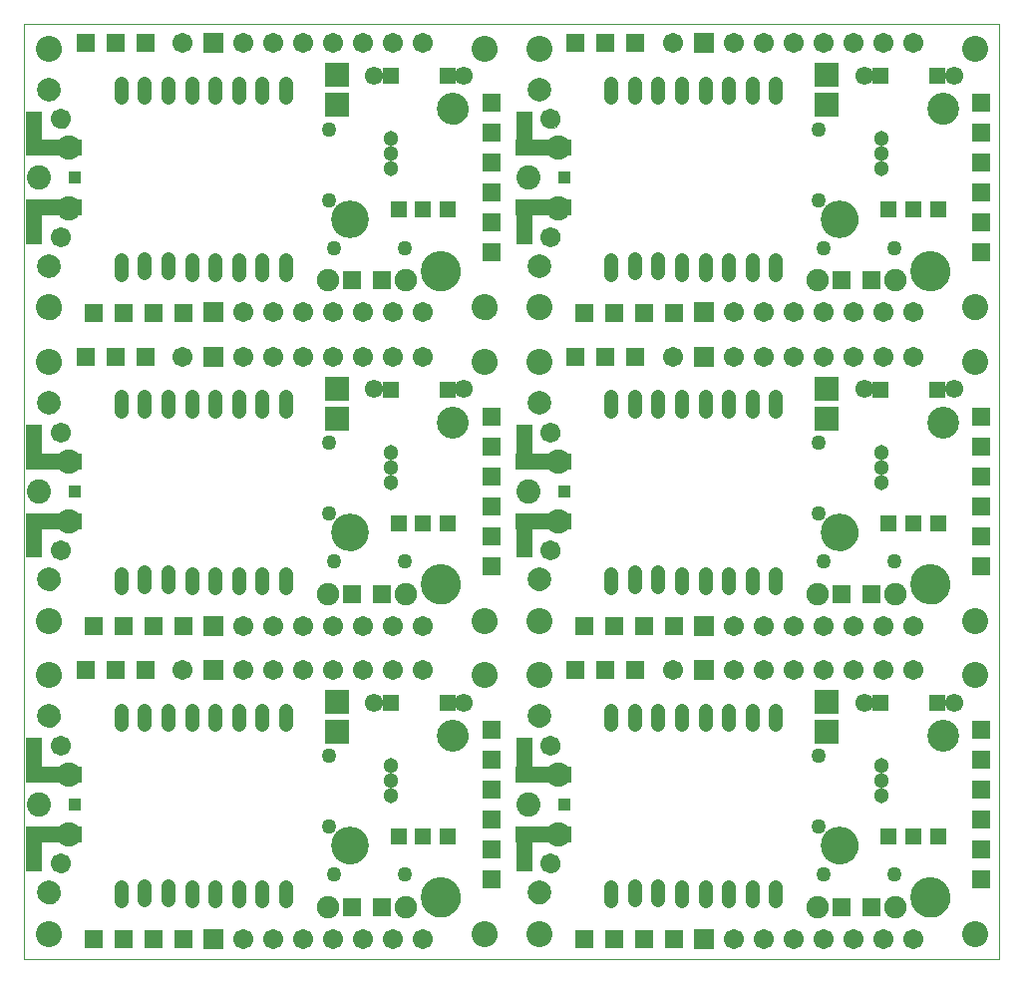
<source format=gbs>
G75*
%MOIN*%
%OFA0B0*%
%FSLAX24Y24*%
%IPPOS*%
%LPD*%
%AMOC8*
5,1,8,0,0,1.08239X$1,22.5*
%
%ADD10C,0.0000*%
%ADD11C,0.1340*%
%ADD12C,0.0671*%
%ADD13C,0.1261*%
%ADD14C,0.1064*%
%ADD15C,0.0867*%
%ADD16C,0.0789*%
%ADD17R,0.0789X0.0789*%
%ADD18R,0.0611X0.0611*%
%ADD19R,0.0671X0.0671*%
%ADD20C,0.0808*%
%ADD21R,0.1880X0.0530*%
%ADD22C,0.0496*%
%ADD23R,0.0580X0.0580*%
%ADD24C,0.0749*%
%ADD25R,0.0552X0.0552*%
%ADD26C,0.0611*%
%ADD27C,0.0513*%
%ADD28C,0.0474*%
%ADD29C,0.0460*%
%ADD30R,0.0417X0.0417*%
D10*
X004227Y000218D02*
X036825Y000218D01*
X036825Y031478D01*
X004227Y031478D01*
X004227Y000218D01*
X004659Y001045D02*
X004661Y001084D01*
X004667Y001123D01*
X004677Y001161D01*
X004690Y001198D01*
X004707Y001233D01*
X004727Y001267D01*
X004751Y001298D01*
X004778Y001327D01*
X004807Y001353D01*
X004839Y001376D01*
X004873Y001396D01*
X004909Y001412D01*
X004946Y001424D01*
X004985Y001433D01*
X005024Y001438D01*
X005063Y001439D01*
X005102Y001436D01*
X005141Y001429D01*
X005178Y001418D01*
X005215Y001404D01*
X005250Y001386D01*
X005283Y001365D01*
X005314Y001340D01*
X005342Y001313D01*
X005367Y001283D01*
X005389Y001250D01*
X005408Y001216D01*
X005423Y001180D01*
X005435Y001142D01*
X005443Y001104D01*
X005447Y001065D01*
X005447Y001025D01*
X005443Y000986D01*
X005435Y000948D01*
X005423Y000910D01*
X005408Y000874D01*
X005389Y000840D01*
X005367Y000807D01*
X005342Y000777D01*
X005314Y000750D01*
X005283Y000725D01*
X005250Y000704D01*
X005215Y000686D01*
X005178Y000672D01*
X005141Y000661D01*
X005102Y000654D01*
X005063Y000651D01*
X005024Y000652D01*
X004985Y000657D01*
X004946Y000666D01*
X004909Y000678D01*
X004873Y000694D01*
X004839Y000714D01*
X004807Y000737D01*
X004778Y000763D01*
X004751Y000792D01*
X004727Y000823D01*
X004707Y000857D01*
X004690Y000892D01*
X004677Y000929D01*
X004667Y000967D01*
X004661Y001006D01*
X004659Y001045D01*
X004699Y002423D02*
X004701Y002460D01*
X004707Y002497D01*
X004716Y002532D01*
X004730Y002567D01*
X004746Y002600D01*
X004767Y002631D01*
X004790Y002660D01*
X004816Y002686D01*
X004845Y002709D01*
X004876Y002730D01*
X004909Y002746D01*
X004944Y002760D01*
X004979Y002769D01*
X005016Y002775D01*
X005053Y002777D01*
X005090Y002775D01*
X005127Y002769D01*
X005162Y002760D01*
X005197Y002746D01*
X005230Y002730D01*
X005261Y002709D01*
X005290Y002686D01*
X005316Y002660D01*
X005339Y002631D01*
X005360Y002600D01*
X005376Y002567D01*
X005390Y002532D01*
X005399Y002497D01*
X005405Y002460D01*
X005407Y002423D01*
X005405Y002386D01*
X005399Y002349D01*
X005390Y002314D01*
X005376Y002279D01*
X005360Y002246D01*
X005339Y002215D01*
X005316Y002186D01*
X005290Y002160D01*
X005261Y002137D01*
X005230Y002116D01*
X005197Y002100D01*
X005162Y002086D01*
X005127Y002077D01*
X005090Y002071D01*
X005053Y002069D01*
X005016Y002071D01*
X004979Y002077D01*
X004944Y002086D01*
X004909Y002100D01*
X004876Y002116D01*
X004845Y002137D01*
X004816Y002160D01*
X004790Y002186D01*
X004767Y002215D01*
X004746Y002246D01*
X004730Y002279D01*
X004716Y002314D01*
X004707Y002349D01*
X004701Y002386D01*
X004699Y002423D01*
X005152Y003407D02*
X005154Y003441D01*
X005160Y003475D01*
X005170Y003508D01*
X005183Y003539D01*
X005201Y003569D01*
X005221Y003597D01*
X005245Y003622D01*
X005271Y003644D01*
X005299Y003662D01*
X005330Y003678D01*
X005362Y003690D01*
X005396Y003698D01*
X005430Y003702D01*
X005464Y003702D01*
X005498Y003698D01*
X005532Y003690D01*
X005564Y003678D01*
X005594Y003662D01*
X005623Y003644D01*
X005649Y003622D01*
X005673Y003597D01*
X005693Y003569D01*
X005711Y003539D01*
X005724Y003508D01*
X005734Y003475D01*
X005740Y003441D01*
X005742Y003407D01*
X005740Y003373D01*
X005734Y003339D01*
X005724Y003306D01*
X005711Y003275D01*
X005693Y003245D01*
X005673Y003217D01*
X005649Y003192D01*
X005623Y003170D01*
X005595Y003152D01*
X005564Y003136D01*
X005532Y003124D01*
X005498Y003116D01*
X005464Y003112D01*
X005430Y003112D01*
X005396Y003116D01*
X005362Y003124D01*
X005330Y003136D01*
X005299Y003152D01*
X005271Y003170D01*
X005245Y003192D01*
X005221Y003217D01*
X005201Y003245D01*
X005183Y003275D01*
X005170Y003306D01*
X005160Y003339D01*
X005154Y003373D01*
X005152Y003407D01*
X005152Y007344D02*
X005154Y007378D01*
X005160Y007412D01*
X005170Y007445D01*
X005183Y007476D01*
X005201Y007506D01*
X005221Y007534D01*
X005245Y007559D01*
X005271Y007581D01*
X005299Y007599D01*
X005330Y007615D01*
X005362Y007627D01*
X005396Y007635D01*
X005430Y007639D01*
X005464Y007639D01*
X005498Y007635D01*
X005532Y007627D01*
X005564Y007615D01*
X005594Y007599D01*
X005623Y007581D01*
X005649Y007559D01*
X005673Y007534D01*
X005693Y007506D01*
X005711Y007476D01*
X005724Y007445D01*
X005734Y007412D01*
X005740Y007378D01*
X005742Y007344D01*
X005740Y007310D01*
X005734Y007276D01*
X005724Y007243D01*
X005711Y007212D01*
X005693Y007182D01*
X005673Y007154D01*
X005649Y007129D01*
X005623Y007107D01*
X005595Y007089D01*
X005564Y007073D01*
X005532Y007061D01*
X005498Y007053D01*
X005464Y007049D01*
X005430Y007049D01*
X005396Y007053D01*
X005362Y007061D01*
X005330Y007073D01*
X005299Y007089D01*
X005271Y007107D01*
X005245Y007129D01*
X005221Y007154D01*
X005201Y007182D01*
X005183Y007212D01*
X005170Y007243D01*
X005160Y007276D01*
X005154Y007310D01*
X005152Y007344D01*
X004699Y008328D02*
X004701Y008365D01*
X004707Y008402D01*
X004716Y008437D01*
X004730Y008472D01*
X004746Y008505D01*
X004767Y008536D01*
X004790Y008565D01*
X004816Y008591D01*
X004845Y008614D01*
X004876Y008635D01*
X004909Y008651D01*
X004944Y008665D01*
X004979Y008674D01*
X005016Y008680D01*
X005053Y008682D01*
X005090Y008680D01*
X005127Y008674D01*
X005162Y008665D01*
X005197Y008651D01*
X005230Y008635D01*
X005261Y008614D01*
X005290Y008591D01*
X005316Y008565D01*
X005339Y008536D01*
X005360Y008505D01*
X005376Y008472D01*
X005390Y008437D01*
X005399Y008402D01*
X005405Y008365D01*
X005407Y008328D01*
X005405Y008291D01*
X005399Y008254D01*
X005390Y008219D01*
X005376Y008184D01*
X005360Y008151D01*
X005339Y008120D01*
X005316Y008091D01*
X005290Y008065D01*
X005261Y008042D01*
X005230Y008021D01*
X005197Y008005D01*
X005162Y007991D01*
X005127Y007982D01*
X005090Y007976D01*
X005053Y007974D01*
X005016Y007976D01*
X004979Y007982D01*
X004944Y007991D01*
X004909Y008005D01*
X004876Y008021D01*
X004845Y008042D01*
X004816Y008065D01*
X004790Y008091D01*
X004767Y008120D01*
X004746Y008151D01*
X004730Y008184D01*
X004716Y008219D01*
X004707Y008254D01*
X004701Y008291D01*
X004699Y008328D01*
X004659Y009706D02*
X004661Y009745D01*
X004667Y009784D01*
X004677Y009822D01*
X004690Y009859D01*
X004707Y009894D01*
X004727Y009928D01*
X004751Y009959D01*
X004778Y009988D01*
X004807Y010014D01*
X004839Y010037D01*
X004873Y010057D01*
X004909Y010073D01*
X004946Y010085D01*
X004985Y010094D01*
X005024Y010099D01*
X005063Y010100D01*
X005102Y010097D01*
X005141Y010090D01*
X005178Y010079D01*
X005215Y010065D01*
X005250Y010047D01*
X005283Y010026D01*
X005314Y010001D01*
X005342Y009974D01*
X005367Y009944D01*
X005389Y009911D01*
X005408Y009877D01*
X005423Y009841D01*
X005435Y009803D01*
X005443Y009765D01*
X005447Y009726D01*
X005447Y009686D01*
X005443Y009647D01*
X005435Y009609D01*
X005423Y009571D01*
X005408Y009535D01*
X005389Y009501D01*
X005367Y009468D01*
X005342Y009438D01*
X005314Y009411D01*
X005283Y009386D01*
X005250Y009365D01*
X005215Y009347D01*
X005178Y009333D01*
X005141Y009322D01*
X005102Y009315D01*
X005063Y009312D01*
X005024Y009313D01*
X004985Y009318D01*
X004946Y009327D01*
X004909Y009339D01*
X004873Y009355D01*
X004839Y009375D01*
X004807Y009398D01*
X004778Y009424D01*
X004751Y009453D01*
X004727Y009484D01*
X004707Y009518D01*
X004690Y009553D01*
X004677Y009590D01*
X004667Y009628D01*
X004661Y009667D01*
X004659Y009706D01*
X004659Y011517D02*
X004661Y011556D01*
X004667Y011595D01*
X004677Y011633D01*
X004690Y011670D01*
X004707Y011705D01*
X004727Y011739D01*
X004751Y011770D01*
X004778Y011799D01*
X004807Y011825D01*
X004839Y011848D01*
X004873Y011868D01*
X004909Y011884D01*
X004946Y011896D01*
X004985Y011905D01*
X005024Y011910D01*
X005063Y011911D01*
X005102Y011908D01*
X005141Y011901D01*
X005178Y011890D01*
X005215Y011876D01*
X005250Y011858D01*
X005283Y011837D01*
X005314Y011812D01*
X005342Y011785D01*
X005367Y011755D01*
X005389Y011722D01*
X005408Y011688D01*
X005423Y011652D01*
X005435Y011614D01*
X005443Y011576D01*
X005447Y011537D01*
X005447Y011497D01*
X005443Y011458D01*
X005435Y011420D01*
X005423Y011382D01*
X005408Y011346D01*
X005389Y011312D01*
X005367Y011279D01*
X005342Y011249D01*
X005314Y011222D01*
X005283Y011197D01*
X005250Y011176D01*
X005215Y011158D01*
X005178Y011144D01*
X005141Y011133D01*
X005102Y011126D01*
X005063Y011123D01*
X005024Y011124D01*
X004985Y011129D01*
X004946Y011138D01*
X004909Y011150D01*
X004873Y011166D01*
X004839Y011186D01*
X004807Y011209D01*
X004778Y011235D01*
X004751Y011264D01*
X004727Y011295D01*
X004707Y011329D01*
X004690Y011364D01*
X004677Y011401D01*
X004667Y011439D01*
X004661Y011478D01*
X004659Y011517D01*
X004699Y012895D02*
X004701Y012932D01*
X004707Y012969D01*
X004716Y013004D01*
X004730Y013039D01*
X004746Y013072D01*
X004767Y013103D01*
X004790Y013132D01*
X004816Y013158D01*
X004845Y013181D01*
X004876Y013202D01*
X004909Y013218D01*
X004944Y013232D01*
X004979Y013241D01*
X005016Y013247D01*
X005053Y013249D01*
X005090Y013247D01*
X005127Y013241D01*
X005162Y013232D01*
X005197Y013218D01*
X005230Y013202D01*
X005261Y013181D01*
X005290Y013158D01*
X005316Y013132D01*
X005339Y013103D01*
X005360Y013072D01*
X005376Y013039D01*
X005390Y013004D01*
X005399Y012969D01*
X005405Y012932D01*
X005407Y012895D01*
X005405Y012858D01*
X005399Y012821D01*
X005390Y012786D01*
X005376Y012751D01*
X005360Y012718D01*
X005339Y012687D01*
X005316Y012658D01*
X005290Y012632D01*
X005261Y012609D01*
X005230Y012588D01*
X005197Y012572D01*
X005162Y012558D01*
X005127Y012549D01*
X005090Y012543D01*
X005053Y012541D01*
X005016Y012543D01*
X004979Y012549D01*
X004944Y012558D01*
X004909Y012572D01*
X004876Y012588D01*
X004845Y012609D01*
X004816Y012632D01*
X004790Y012658D01*
X004767Y012687D01*
X004746Y012718D01*
X004730Y012751D01*
X004716Y012786D01*
X004707Y012821D01*
X004701Y012858D01*
X004699Y012895D01*
X005152Y013880D02*
X005154Y013914D01*
X005160Y013948D01*
X005170Y013981D01*
X005183Y014012D01*
X005201Y014042D01*
X005221Y014070D01*
X005245Y014095D01*
X005271Y014117D01*
X005299Y014135D01*
X005330Y014151D01*
X005362Y014163D01*
X005396Y014171D01*
X005430Y014175D01*
X005464Y014175D01*
X005498Y014171D01*
X005532Y014163D01*
X005564Y014151D01*
X005594Y014135D01*
X005623Y014117D01*
X005649Y014095D01*
X005673Y014070D01*
X005693Y014042D01*
X005711Y014012D01*
X005724Y013981D01*
X005734Y013948D01*
X005740Y013914D01*
X005742Y013880D01*
X005740Y013846D01*
X005734Y013812D01*
X005724Y013779D01*
X005711Y013748D01*
X005693Y013718D01*
X005673Y013690D01*
X005649Y013665D01*
X005623Y013643D01*
X005595Y013625D01*
X005564Y013609D01*
X005532Y013597D01*
X005498Y013589D01*
X005464Y013585D01*
X005430Y013585D01*
X005396Y013589D01*
X005362Y013597D01*
X005330Y013609D01*
X005299Y013625D01*
X005271Y013643D01*
X005245Y013665D01*
X005221Y013690D01*
X005201Y013718D01*
X005183Y013748D01*
X005170Y013779D01*
X005160Y013812D01*
X005154Y013846D01*
X005152Y013880D01*
X005152Y017817D02*
X005154Y017851D01*
X005160Y017885D01*
X005170Y017918D01*
X005183Y017949D01*
X005201Y017979D01*
X005221Y018007D01*
X005245Y018032D01*
X005271Y018054D01*
X005299Y018072D01*
X005330Y018088D01*
X005362Y018100D01*
X005396Y018108D01*
X005430Y018112D01*
X005464Y018112D01*
X005498Y018108D01*
X005532Y018100D01*
X005564Y018088D01*
X005594Y018072D01*
X005623Y018054D01*
X005649Y018032D01*
X005673Y018007D01*
X005693Y017979D01*
X005711Y017949D01*
X005724Y017918D01*
X005734Y017885D01*
X005740Y017851D01*
X005742Y017817D01*
X005740Y017783D01*
X005734Y017749D01*
X005724Y017716D01*
X005711Y017685D01*
X005693Y017655D01*
X005673Y017627D01*
X005649Y017602D01*
X005623Y017580D01*
X005595Y017562D01*
X005564Y017546D01*
X005532Y017534D01*
X005498Y017526D01*
X005464Y017522D01*
X005430Y017522D01*
X005396Y017526D01*
X005362Y017534D01*
X005330Y017546D01*
X005299Y017562D01*
X005271Y017580D01*
X005245Y017602D01*
X005221Y017627D01*
X005201Y017655D01*
X005183Y017685D01*
X005170Y017716D01*
X005160Y017749D01*
X005154Y017783D01*
X005152Y017817D01*
X004699Y018801D02*
X004701Y018838D01*
X004707Y018875D01*
X004716Y018910D01*
X004730Y018945D01*
X004746Y018978D01*
X004767Y019009D01*
X004790Y019038D01*
X004816Y019064D01*
X004845Y019087D01*
X004876Y019108D01*
X004909Y019124D01*
X004944Y019138D01*
X004979Y019147D01*
X005016Y019153D01*
X005053Y019155D01*
X005090Y019153D01*
X005127Y019147D01*
X005162Y019138D01*
X005197Y019124D01*
X005230Y019108D01*
X005261Y019087D01*
X005290Y019064D01*
X005316Y019038D01*
X005339Y019009D01*
X005360Y018978D01*
X005376Y018945D01*
X005390Y018910D01*
X005399Y018875D01*
X005405Y018838D01*
X005407Y018801D01*
X005405Y018764D01*
X005399Y018727D01*
X005390Y018692D01*
X005376Y018657D01*
X005360Y018624D01*
X005339Y018593D01*
X005316Y018564D01*
X005290Y018538D01*
X005261Y018515D01*
X005230Y018494D01*
X005197Y018478D01*
X005162Y018464D01*
X005127Y018455D01*
X005090Y018449D01*
X005053Y018447D01*
X005016Y018449D01*
X004979Y018455D01*
X004944Y018464D01*
X004909Y018478D01*
X004876Y018494D01*
X004845Y018515D01*
X004816Y018538D01*
X004790Y018564D01*
X004767Y018593D01*
X004746Y018624D01*
X004730Y018657D01*
X004716Y018692D01*
X004707Y018727D01*
X004701Y018764D01*
X004699Y018801D01*
X004659Y020179D02*
X004661Y020218D01*
X004667Y020257D01*
X004677Y020295D01*
X004690Y020332D01*
X004707Y020367D01*
X004727Y020401D01*
X004751Y020432D01*
X004778Y020461D01*
X004807Y020487D01*
X004839Y020510D01*
X004873Y020530D01*
X004909Y020546D01*
X004946Y020558D01*
X004985Y020567D01*
X005024Y020572D01*
X005063Y020573D01*
X005102Y020570D01*
X005141Y020563D01*
X005178Y020552D01*
X005215Y020538D01*
X005250Y020520D01*
X005283Y020499D01*
X005314Y020474D01*
X005342Y020447D01*
X005367Y020417D01*
X005389Y020384D01*
X005408Y020350D01*
X005423Y020314D01*
X005435Y020276D01*
X005443Y020238D01*
X005447Y020199D01*
X005447Y020159D01*
X005443Y020120D01*
X005435Y020082D01*
X005423Y020044D01*
X005408Y020008D01*
X005389Y019974D01*
X005367Y019941D01*
X005342Y019911D01*
X005314Y019884D01*
X005283Y019859D01*
X005250Y019838D01*
X005215Y019820D01*
X005178Y019806D01*
X005141Y019795D01*
X005102Y019788D01*
X005063Y019785D01*
X005024Y019786D01*
X004985Y019791D01*
X004946Y019800D01*
X004909Y019812D01*
X004873Y019828D01*
X004839Y019848D01*
X004807Y019871D01*
X004778Y019897D01*
X004751Y019926D01*
X004727Y019957D01*
X004707Y019991D01*
X004690Y020026D01*
X004677Y020063D01*
X004667Y020101D01*
X004661Y020140D01*
X004659Y020179D01*
X004659Y021990D02*
X004661Y022029D01*
X004667Y022068D01*
X004677Y022106D01*
X004690Y022143D01*
X004707Y022178D01*
X004727Y022212D01*
X004751Y022243D01*
X004778Y022272D01*
X004807Y022298D01*
X004839Y022321D01*
X004873Y022341D01*
X004909Y022357D01*
X004946Y022369D01*
X004985Y022378D01*
X005024Y022383D01*
X005063Y022384D01*
X005102Y022381D01*
X005141Y022374D01*
X005178Y022363D01*
X005215Y022349D01*
X005250Y022331D01*
X005283Y022310D01*
X005314Y022285D01*
X005342Y022258D01*
X005367Y022228D01*
X005389Y022195D01*
X005408Y022161D01*
X005423Y022125D01*
X005435Y022087D01*
X005443Y022049D01*
X005447Y022010D01*
X005447Y021970D01*
X005443Y021931D01*
X005435Y021893D01*
X005423Y021855D01*
X005408Y021819D01*
X005389Y021785D01*
X005367Y021752D01*
X005342Y021722D01*
X005314Y021695D01*
X005283Y021670D01*
X005250Y021649D01*
X005215Y021631D01*
X005178Y021617D01*
X005141Y021606D01*
X005102Y021599D01*
X005063Y021596D01*
X005024Y021597D01*
X004985Y021602D01*
X004946Y021611D01*
X004909Y021623D01*
X004873Y021639D01*
X004839Y021659D01*
X004807Y021682D01*
X004778Y021708D01*
X004751Y021737D01*
X004727Y021768D01*
X004707Y021802D01*
X004690Y021837D01*
X004677Y021874D01*
X004667Y021912D01*
X004661Y021951D01*
X004659Y021990D01*
X004699Y023368D02*
X004701Y023405D01*
X004707Y023442D01*
X004716Y023477D01*
X004730Y023512D01*
X004746Y023545D01*
X004767Y023576D01*
X004790Y023605D01*
X004816Y023631D01*
X004845Y023654D01*
X004876Y023675D01*
X004909Y023691D01*
X004944Y023705D01*
X004979Y023714D01*
X005016Y023720D01*
X005053Y023722D01*
X005090Y023720D01*
X005127Y023714D01*
X005162Y023705D01*
X005197Y023691D01*
X005230Y023675D01*
X005261Y023654D01*
X005290Y023631D01*
X005316Y023605D01*
X005339Y023576D01*
X005360Y023545D01*
X005376Y023512D01*
X005390Y023477D01*
X005399Y023442D01*
X005405Y023405D01*
X005407Y023368D01*
X005405Y023331D01*
X005399Y023294D01*
X005390Y023259D01*
X005376Y023224D01*
X005360Y023191D01*
X005339Y023160D01*
X005316Y023131D01*
X005290Y023105D01*
X005261Y023082D01*
X005230Y023061D01*
X005197Y023045D01*
X005162Y023031D01*
X005127Y023022D01*
X005090Y023016D01*
X005053Y023014D01*
X005016Y023016D01*
X004979Y023022D01*
X004944Y023031D01*
X004909Y023045D01*
X004876Y023061D01*
X004845Y023082D01*
X004816Y023105D01*
X004790Y023131D01*
X004767Y023160D01*
X004746Y023191D01*
X004730Y023224D01*
X004716Y023259D01*
X004707Y023294D01*
X004701Y023331D01*
X004699Y023368D01*
X005152Y024352D02*
X005154Y024386D01*
X005160Y024420D01*
X005170Y024453D01*
X005183Y024484D01*
X005201Y024514D01*
X005221Y024542D01*
X005245Y024567D01*
X005271Y024589D01*
X005299Y024607D01*
X005330Y024623D01*
X005362Y024635D01*
X005396Y024643D01*
X005430Y024647D01*
X005464Y024647D01*
X005498Y024643D01*
X005532Y024635D01*
X005564Y024623D01*
X005594Y024607D01*
X005623Y024589D01*
X005649Y024567D01*
X005673Y024542D01*
X005693Y024514D01*
X005711Y024484D01*
X005724Y024453D01*
X005734Y024420D01*
X005740Y024386D01*
X005742Y024352D01*
X005740Y024318D01*
X005734Y024284D01*
X005724Y024251D01*
X005711Y024220D01*
X005693Y024190D01*
X005673Y024162D01*
X005649Y024137D01*
X005623Y024115D01*
X005595Y024097D01*
X005564Y024081D01*
X005532Y024069D01*
X005498Y024061D01*
X005464Y024057D01*
X005430Y024057D01*
X005396Y024061D01*
X005362Y024069D01*
X005330Y024081D01*
X005299Y024097D01*
X005271Y024115D01*
X005245Y024137D01*
X005221Y024162D01*
X005201Y024190D01*
X005183Y024220D01*
X005170Y024251D01*
X005160Y024284D01*
X005154Y024318D01*
X005152Y024352D01*
X005152Y028289D02*
X005154Y028323D01*
X005160Y028357D01*
X005170Y028390D01*
X005183Y028421D01*
X005201Y028451D01*
X005221Y028479D01*
X005245Y028504D01*
X005271Y028526D01*
X005299Y028544D01*
X005330Y028560D01*
X005362Y028572D01*
X005396Y028580D01*
X005430Y028584D01*
X005464Y028584D01*
X005498Y028580D01*
X005532Y028572D01*
X005564Y028560D01*
X005594Y028544D01*
X005623Y028526D01*
X005649Y028504D01*
X005673Y028479D01*
X005693Y028451D01*
X005711Y028421D01*
X005724Y028390D01*
X005734Y028357D01*
X005740Y028323D01*
X005742Y028289D01*
X005740Y028255D01*
X005734Y028221D01*
X005724Y028188D01*
X005711Y028157D01*
X005693Y028127D01*
X005673Y028099D01*
X005649Y028074D01*
X005623Y028052D01*
X005595Y028034D01*
X005564Y028018D01*
X005532Y028006D01*
X005498Y027998D01*
X005464Y027994D01*
X005430Y027994D01*
X005396Y027998D01*
X005362Y028006D01*
X005330Y028018D01*
X005299Y028034D01*
X005271Y028052D01*
X005245Y028074D01*
X005221Y028099D01*
X005201Y028127D01*
X005183Y028157D01*
X005170Y028188D01*
X005160Y028221D01*
X005154Y028255D01*
X005152Y028289D01*
X004699Y029273D02*
X004701Y029310D01*
X004707Y029347D01*
X004716Y029382D01*
X004730Y029417D01*
X004746Y029450D01*
X004767Y029481D01*
X004790Y029510D01*
X004816Y029536D01*
X004845Y029559D01*
X004876Y029580D01*
X004909Y029596D01*
X004944Y029610D01*
X004979Y029619D01*
X005016Y029625D01*
X005053Y029627D01*
X005090Y029625D01*
X005127Y029619D01*
X005162Y029610D01*
X005197Y029596D01*
X005230Y029580D01*
X005261Y029559D01*
X005290Y029536D01*
X005316Y029510D01*
X005339Y029481D01*
X005360Y029450D01*
X005376Y029417D01*
X005390Y029382D01*
X005399Y029347D01*
X005405Y029310D01*
X005407Y029273D01*
X005405Y029236D01*
X005399Y029199D01*
X005390Y029164D01*
X005376Y029129D01*
X005360Y029096D01*
X005339Y029065D01*
X005316Y029036D01*
X005290Y029010D01*
X005261Y028987D01*
X005230Y028966D01*
X005197Y028950D01*
X005162Y028936D01*
X005127Y028927D01*
X005090Y028921D01*
X005053Y028919D01*
X005016Y028921D01*
X004979Y028927D01*
X004944Y028936D01*
X004909Y028950D01*
X004876Y028966D01*
X004845Y028987D01*
X004816Y029010D01*
X004790Y029036D01*
X004767Y029065D01*
X004746Y029096D01*
X004730Y029129D01*
X004716Y029164D01*
X004707Y029199D01*
X004701Y029236D01*
X004699Y029273D01*
X004659Y030651D02*
X004661Y030690D01*
X004667Y030729D01*
X004677Y030767D01*
X004690Y030804D01*
X004707Y030839D01*
X004727Y030873D01*
X004751Y030904D01*
X004778Y030933D01*
X004807Y030959D01*
X004839Y030982D01*
X004873Y031002D01*
X004909Y031018D01*
X004946Y031030D01*
X004985Y031039D01*
X005024Y031044D01*
X005063Y031045D01*
X005102Y031042D01*
X005141Y031035D01*
X005178Y031024D01*
X005215Y031010D01*
X005250Y030992D01*
X005283Y030971D01*
X005314Y030946D01*
X005342Y030919D01*
X005367Y030889D01*
X005389Y030856D01*
X005408Y030822D01*
X005423Y030786D01*
X005435Y030748D01*
X005443Y030710D01*
X005447Y030671D01*
X005447Y030631D01*
X005443Y030592D01*
X005435Y030554D01*
X005423Y030516D01*
X005408Y030480D01*
X005389Y030446D01*
X005367Y030413D01*
X005342Y030383D01*
X005314Y030356D01*
X005283Y030331D01*
X005250Y030310D01*
X005215Y030292D01*
X005178Y030278D01*
X005141Y030267D01*
X005102Y030260D01*
X005063Y030257D01*
X005024Y030258D01*
X004985Y030263D01*
X004946Y030272D01*
X004909Y030284D01*
X004873Y030300D01*
X004839Y030320D01*
X004807Y030343D01*
X004778Y030369D01*
X004751Y030398D01*
X004727Y030429D01*
X004707Y030463D01*
X004690Y030498D01*
X004677Y030535D01*
X004667Y030573D01*
X004661Y030612D01*
X004659Y030651D01*
X014514Y024943D02*
X014516Y024991D01*
X014522Y025039D01*
X014532Y025086D01*
X014545Y025132D01*
X014563Y025177D01*
X014583Y025221D01*
X014608Y025263D01*
X014636Y025302D01*
X014666Y025339D01*
X014700Y025373D01*
X014737Y025405D01*
X014775Y025434D01*
X014816Y025459D01*
X014859Y025481D01*
X014904Y025499D01*
X014950Y025513D01*
X014997Y025524D01*
X015045Y025531D01*
X015093Y025534D01*
X015141Y025533D01*
X015189Y025528D01*
X015237Y025519D01*
X015283Y025507D01*
X015328Y025490D01*
X015372Y025470D01*
X015414Y025447D01*
X015454Y025420D01*
X015492Y025390D01*
X015527Y025357D01*
X015559Y025321D01*
X015589Y025283D01*
X015615Y025242D01*
X015637Y025199D01*
X015657Y025155D01*
X015672Y025110D01*
X015684Y025063D01*
X015692Y025015D01*
X015696Y024967D01*
X015696Y024919D01*
X015692Y024871D01*
X015684Y024823D01*
X015672Y024776D01*
X015657Y024731D01*
X015637Y024687D01*
X015615Y024644D01*
X015589Y024603D01*
X015559Y024565D01*
X015527Y024529D01*
X015492Y024496D01*
X015454Y024466D01*
X015414Y024439D01*
X015372Y024416D01*
X015328Y024396D01*
X015283Y024379D01*
X015237Y024367D01*
X015189Y024358D01*
X015141Y024353D01*
X015093Y024352D01*
X015045Y024355D01*
X014997Y024362D01*
X014950Y024373D01*
X014904Y024387D01*
X014859Y024405D01*
X014816Y024427D01*
X014775Y024452D01*
X014737Y024481D01*
X014700Y024513D01*
X014666Y024547D01*
X014636Y024584D01*
X014608Y024623D01*
X014583Y024665D01*
X014563Y024709D01*
X014545Y024754D01*
X014532Y024800D01*
X014522Y024847D01*
X014516Y024895D01*
X014514Y024943D01*
X017514Y023198D02*
X017516Y023248D01*
X017522Y023298D01*
X017532Y023347D01*
X017546Y023395D01*
X017563Y023442D01*
X017584Y023487D01*
X017609Y023531D01*
X017637Y023572D01*
X017669Y023611D01*
X017703Y023648D01*
X017740Y023682D01*
X017780Y023712D01*
X017822Y023739D01*
X017866Y023763D01*
X017912Y023784D01*
X017959Y023800D01*
X018007Y023813D01*
X018057Y023822D01*
X018106Y023827D01*
X018157Y023828D01*
X018207Y023825D01*
X018256Y023818D01*
X018305Y023807D01*
X018353Y023792D01*
X018399Y023774D01*
X018444Y023752D01*
X018487Y023726D01*
X018528Y023697D01*
X018567Y023665D01*
X018603Y023630D01*
X018635Y023592D01*
X018665Y023552D01*
X018692Y023509D01*
X018715Y023465D01*
X018734Y023419D01*
X018750Y023371D01*
X018762Y023322D01*
X018770Y023273D01*
X018774Y023223D01*
X018774Y023173D01*
X018770Y023123D01*
X018762Y023074D01*
X018750Y023025D01*
X018734Y022977D01*
X018715Y022931D01*
X018692Y022887D01*
X018665Y022844D01*
X018635Y022804D01*
X018603Y022766D01*
X018567Y022731D01*
X018528Y022699D01*
X018487Y022670D01*
X018444Y022644D01*
X018399Y022622D01*
X018353Y022604D01*
X018305Y022589D01*
X018256Y022578D01*
X018207Y022571D01*
X018157Y022568D01*
X018106Y022569D01*
X018057Y022574D01*
X018007Y022583D01*
X017959Y022596D01*
X017912Y022612D01*
X017866Y022633D01*
X017822Y022657D01*
X017780Y022684D01*
X017740Y022714D01*
X017703Y022748D01*
X017669Y022785D01*
X017637Y022824D01*
X017609Y022865D01*
X017584Y022909D01*
X017563Y022954D01*
X017546Y023001D01*
X017532Y023049D01*
X017522Y023098D01*
X017516Y023148D01*
X017514Y023198D01*
X019226Y021990D02*
X019228Y022029D01*
X019234Y022068D01*
X019244Y022106D01*
X019257Y022143D01*
X019274Y022178D01*
X019294Y022212D01*
X019318Y022243D01*
X019345Y022272D01*
X019374Y022298D01*
X019406Y022321D01*
X019440Y022341D01*
X019476Y022357D01*
X019513Y022369D01*
X019552Y022378D01*
X019591Y022383D01*
X019630Y022384D01*
X019669Y022381D01*
X019708Y022374D01*
X019745Y022363D01*
X019782Y022349D01*
X019817Y022331D01*
X019850Y022310D01*
X019881Y022285D01*
X019909Y022258D01*
X019934Y022228D01*
X019956Y022195D01*
X019975Y022161D01*
X019990Y022125D01*
X020002Y022087D01*
X020010Y022049D01*
X020014Y022010D01*
X020014Y021970D01*
X020010Y021931D01*
X020002Y021893D01*
X019990Y021855D01*
X019975Y021819D01*
X019956Y021785D01*
X019934Y021752D01*
X019909Y021722D01*
X019881Y021695D01*
X019850Y021670D01*
X019817Y021649D01*
X019782Y021631D01*
X019745Y021617D01*
X019708Y021606D01*
X019669Y021599D01*
X019630Y021596D01*
X019591Y021597D01*
X019552Y021602D01*
X019513Y021611D01*
X019476Y021623D01*
X019440Y021639D01*
X019406Y021659D01*
X019374Y021682D01*
X019345Y021708D01*
X019318Y021737D01*
X019294Y021768D01*
X019274Y021802D01*
X019257Y021837D01*
X019244Y021874D01*
X019234Y021912D01*
X019228Y021951D01*
X019226Y021990D01*
X019226Y020179D02*
X019228Y020218D01*
X019234Y020257D01*
X019244Y020295D01*
X019257Y020332D01*
X019274Y020367D01*
X019294Y020401D01*
X019318Y020432D01*
X019345Y020461D01*
X019374Y020487D01*
X019406Y020510D01*
X019440Y020530D01*
X019476Y020546D01*
X019513Y020558D01*
X019552Y020567D01*
X019591Y020572D01*
X019630Y020573D01*
X019669Y020570D01*
X019708Y020563D01*
X019745Y020552D01*
X019782Y020538D01*
X019817Y020520D01*
X019850Y020499D01*
X019881Y020474D01*
X019909Y020447D01*
X019934Y020417D01*
X019956Y020384D01*
X019975Y020350D01*
X019990Y020314D01*
X020002Y020276D01*
X020010Y020238D01*
X020014Y020199D01*
X020014Y020159D01*
X020010Y020120D01*
X020002Y020082D01*
X019990Y020044D01*
X019975Y020008D01*
X019956Y019974D01*
X019934Y019941D01*
X019909Y019911D01*
X019881Y019884D01*
X019850Y019859D01*
X019817Y019838D01*
X019782Y019820D01*
X019745Y019806D01*
X019708Y019795D01*
X019669Y019788D01*
X019630Y019785D01*
X019591Y019786D01*
X019552Y019791D01*
X019513Y019800D01*
X019476Y019812D01*
X019440Y019828D01*
X019406Y019848D01*
X019374Y019871D01*
X019345Y019897D01*
X019318Y019926D01*
X019294Y019957D01*
X019274Y019991D01*
X019257Y020026D01*
X019244Y020063D01*
X019234Y020101D01*
X019228Y020140D01*
X019226Y020179D01*
X018061Y018151D02*
X018063Y018195D01*
X018069Y018239D01*
X018079Y018282D01*
X018092Y018324D01*
X018110Y018364D01*
X018131Y018403D01*
X018155Y018440D01*
X018182Y018475D01*
X018213Y018507D01*
X018246Y018536D01*
X018282Y018562D01*
X018320Y018584D01*
X018360Y018603D01*
X018401Y018619D01*
X018444Y018631D01*
X018487Y018639D01*
X018531Y018643D01*
X018575Y018643D01*
X018619Y018639D01*
X018662Y018631D01*
X018705Y018619D01*
X018746Y018603D01*
X018786Y018584D01*
X018824Y018562D01*
X018860Y018536D01*
X018893Y018507D01*
X018924Y018475D01*
X018951Y018440D01*
X018975Y018403D01*
X018996Y018364D01*
X019014Y018324D01*
X019027Y018282D01*
X019037Y018239D01*
X019043Y018195D01*
X019045Y018151D01*
X019043Y018107D01*
X019037Y018063D01*
X019027Y018020D01*
X019014Y017978D01*
X018996Y017938D01*
X018975Y017899D01*
X018951Y017862D01*
X018924Y017827D01*
X018893Y017795D01*
X018860Y017766D01*
X018824Y017740D01*
X018786Y017718D01*
X018746Y017699D01*
X018705Y017683D01*
X018662Y017671D01*
X018619Y017663D01*
X018575Y017659D01*
X018531Y017659D01*
X018487Y017663D01*
X018444Y017671D01*
X018401Y017683D01*
X018360Y017699D01*
X018320Y017718D01*
X018282Y017740D01*
X018246Y017766D01*
X018213Y017795D01*
X018182Y017827D01*
X018155Y017862D01*
X018131Y017899D01*
X018110Y017938D01*
X018092Y017978D01*
X018079Y018020D01*
X018069Y018063D01*
X018063Y018107D01*
X018061Y018151D01*
X021077Y018801D02*
X021079Y018838D01*
X021085Y018875D01*
X021094Y018910D01*
X021108Y018945D01*
X021124Y018978D01*
X021145Y019009D01*
X021168Y019038D01*
X021194Y019064D01*
X021223Y019087D01*
X021254Y019108D01*
X021287Y019124D01*
X021322Y019138D01*
X021357Y019147D01*
X021394Y019153D01*
X021431Y019155D01*
X021468Y019153D01*
X021505Y019147D01*
X021540Y019138D01*
X021575Y019124D01*
X021608Y019108D01*
X021639Y019087D01*
X021668Y019064D01*
X021694Y019038D01*
X021717Y019009D01*
X021738Y018978D01*
X021754Y018945D01*
X021768Y018910D01*
X021777Y018875D01*
X021783Y018838D01*
X021785Y018801D01*
X021783Y018764D01*
X021777Y018727D01*
X021768Y018692D01*
X021754Y018657D01*
X021738Y018624D01*
X021717Y018593D01*
X021694Y018564D01*
X021668Y018538D01*
X021639Y018515D01*
X021608Y018494D01*
X021575Y018478D01*
X021540Y018464D01*
X021505Y018455D01*
X021468Y018449D01*
X021431Y018447D01*
X021394Y018449D01*
X021357Y018455D01*
X021322Y018464D01*
X021287Y018478D01*
X021254Y018494D01*
X021223Y018515D01*
X021194Y018538D01*
X021168Y018564D01*
X021145Y018593D01*
X021124Y018624D01*
X021108Y018657D01*
X021094Y018692D01*
X021085Y018727D01*
X021079Y018764D01*
X021077Y018801D01*
X021530Y017817D02*
X021532Y017851D01*
X021538Y017885D01*
X021548Y017918D01*
X021561Y017949D01*
X021579Y017979D01*
X021599Y018007D01*
X021623Y018032D01*
X021649Y018054D01*
X021677Y018072D01*
X021708Y018088D01*
X021740Y018100D01*
X021774Y018108D01*
X021808Y018112D01*
X021842Y018112D01*
X021876Y018108D01*
X021910Y018100D01*
X021942Y018088D01*
X021972Y018072D01*
X022001Y018054D01*
X022027Y018032D01*
X022051Y018007D01*
X022071Y017979D01*
X022089Y017949D01*
X022102Y017918D01*
X022112Y017885D01*
X022118Y017851D01*
X022120Y017817D01*
X022118Y017783D01*
X022112Y017749D01*
X022102Y017716D01*
X022089Y017685D01*
X022071Y017655D01*
X022051Y017627D01*
X022027Y017602D01*
X022001Y017580D01*
X021973Y017562D01*
X021942Y017546D01*
X021910Y017534D01*
X021876Y017526D01*
X021842Y017522D01*
X021808Y017522D01*
X021774Y017526D01*
X021740Y017534D01*
X021708Y017546D01*
X021677Y017562D01*
X021649Y017580D01*
X021623Y017602D01*
X021599Y017627D01*
X021579Y017655D01*
X021561Y017685D01*
X021548Y017716D01*
X021538Y017749D01*
X021532Y017783D01*
X021530Y017817D01*
X021037Y020179D02*
X021039Y020218D01*
X021045Y020257D01*
X021055Y020295D01*
X021068Y020332D01*
X021085Y020367D01*
X021105Y020401D01*
X021129Y020432D01*
X021156Y020461D01*
X021185Y020487D01*
X021217Y020510D01*
X021251Y020530D01*
X021287Y020546D01*
X021324Y020558D01*
X021363Y020567D01*
X021402Y020572D01*
X021441Y020573D01*
X021480Y020570D01*
X021519Y020563D01*
X021556Y020552D01*
X021593Y020538D01*
X021628Y020520D01*
X021661Y020499D01*
X021692Y020474D01*
X021720Y020447D01*
X021745Y020417D01*
X021767Y020384D01*
X021786Y020350D01*
X021801Y020314D01*
X021813Y020276D01*
X021821Y020238D01*
X021825Y020199D01*
X021825Y020159D01*
X021821Y020120D01*
X021813Y020082D01*
X021801Y020044D01*
X021786Y020008D01*
X021767Y019974D01*
X021745Y019941D01*
X021720Y019911D01*
X021692Y019884D01*
X021661Y019859D01*
X021628Y019838D01*
X021593Y019820D01*
X021556Y019806D01*
X021519Y019795D01*
X021480Y019788D01*
X021441Y019785D01*
X021402Y019786D01*
X021363Y019791D01*
X021324Y019800D01*
X021287Y019812D01*
X021251Y019828D01*
X021217Y019848D01*
X021185Y019871D01*
X021156Y019897D01*
X021129Y019926D01*
X021105Y019957D01*
X021085Y019991D01*
X021068Y020026D01*
X021055Y020063D01*
X021045Y020101D01*
X021039Y020140D01*
X021037Y020179D01*
X021037Y021990D02*
X021039Y022029D01*
X021045Y022068D01*
X021055Y022106D01*
X021068Y022143D01*
X021085Y022178D01*
X021105Y022212D01*
X021129Y022243D01*
X021156Y022272D01*
X021185Y022298D01*
X021217Y022321D01*
X021251Y022341D01*
X021287Y022357D01*
X021324Y022369D01*
X021363Y022378D01*
X021402Y022383D01*
X021441Y022384D01*
X021480Y022381D01*
X021519Y022374D01*
X021556Y022363D01*
X021593Y022349D01*
X021628Y022331D01*
X021661Y022310D01*
X021692Y022285D01*
X021720Y022258D01*
X021745Y022228D01*
X021767Y022195D01*
X021786Y022161D01*
X021801Y022125D01*
X021813Y022087D01*
X021821Y022049D01*
X021825Y022010D01*
X021825Y021970D01*
X021821Y021931D01*
X021813Y021893D01*
X021801Y021855D01*
X021786Y021819D01*
X021767Y021785D01*
X021745Y021752D01*
X021720Y021722D01*
X021692Y021695D01*
X021661Y021670D01*
X021628Y021649D01*
X021593Y021631D01*
X021556Y021617D01*
X021519Y021606D01*
X021480Y021599D01*
X021441Y021596D01*
X021402Y021597D01*
X021363Y021602D01*
X021324Y021611D01*
X021287Y021623D01*
X021251Y021639D01*
X021217Y021659D01*
X021185Y021682D01*
X021156Y021708D01*
X021129Y021737D01*
X021105Y021768D01*
X021085Y021802D01*
X021068Y021837D01*
X021055Y021874D01*
X021045Y021912D01*
X021039Y021951D01*
X021037Y021990D01*
X021077Y023368D02*
X021079Y023405D01*
X021085Y023442D01*
X021094Y023477D01*
X021108Y023512D01*
X021124Y023545D01*
X021145Y023576D01*
X021168Y023605D01*
X021194Y023631D01*
X021223Y023654D01*
X021254Y023675D01*
X021287Y023691D01*
X021322Y023705D01*
X021357Y023714D01*
X021394Y023720D01*
X021431Y023722D01*
X021468Y023720D01*
X021505Y023714D01*
X021540Y023705D01*
X021575Y023691D01*
X021608Y023675D01*
X021639Y023654D01*
X021668Y023631D01*
X021694Y023605D01*
X021717Y023576D01*
X021738Y023545D01*
X021754Y023512D01*
X021768Y023477D01*
X021777Y023442D01*
X021783Y023405D01*
X021785Y023368D01*
X021783Y023331D01*
X021777Y023294D01*
X021768Y023259D01*
X021754Y023224D01*
X021738Y023191D01*
X021717Y023160D01*
X021694Y023131D01*
X021668Y023105D01*
X021639Y023082D01*
X021608Y023061D01*
X021575Y023045D01*
X021540Y023031D01*
X021505Y023022D01*
X021468Y023016D01*
X021431Y023014D01*
X021394Y023016D01*
X021357Y023022D01*
X021322Y023031D01*
X021287Y023045D01*
X021254Y023061D01*
X021223Y023082D01*
X021194Y023105D01*
X021168Y023131D01*
X021145Y023160D01*
X021124Y023191D01*
X021108Y023224D01*
X021094Y023259D01*
X021085Y023294D01*
X021079Y023331D01*
X021077Y023368D01*
X021530Y024352D02*
X021532Y024386D01*
X021538Y024420D01*
X021548Y024453D01*
X021561Y024484D01*
X021579Y024514D01*
X021599Y024542D01*
X021623Y024567D01*
X021649Y024589D01*
X021677Y024607D01*
X021708Y024623D01*
X021740Y024635D01*
X021774Y024643D01*
X021808Y024647D01*
X021842Y024647D01*
X021876Y024643D01*
X021910Y024635D01*
X021942Y024623D01*
X021972Y024607D01*
X022001Y024589D01*
X022027Y024567D01*
X022051Y024542D01*
X022071Y024514D01*
X022089Y024484D01*
X022102Y024453D01*
X022112Y024420D01*
X022118Y024386D01*
X022120Y024352D01*
X022118Y024318D01*
X022112Y024284D01*
X022102Y024251D01*
X022089Y024220D01*
X022071Y024190D01*
X022051Y024162D01*
X022027Y024137D01*
X022001Y024115D01*
X021973Y024097D01*
X021942Y024081D01*
X021910Y024069D01*
X021876Y024061D01*
X021842Y024057D01*
X021808Y024057D01*
X021774Y024061D01*
X021740Y024069D01*
X021708Y024081D01*
X021677Y024097D01*
X021649Y024115D01*
X021623Y024137D01*
X021599Y024162D01*
X021579Y024190D01*
X021561Y024220D01*
X021548Y024251D01*
X021538Y024284D01*
X021532Y024318D01*
X021530Y024352D01*
X021530Y028289D02*
X021532Y028323D01*
X021538Y028357D01*
X021548Y028390D01*
X021561Y028421D01*
X021579Y028451D01*
X021599Y028479D01*
X021623Y028504D01*
X021649Y028526D01*
X021677Y028544D01*
X021708Y028560D01*
X021740Y028572D01*
X021774Y028580D01*
X021808Y028584D01*
X021842Y028584D01*
X021876Y028580D01*
X021910Y028572D01*
X021942Y028560D01*
X021972Y028544D01*
X022001Y028526D01*
X022027Y028504D01*
X022051Y028479D01*
X022071Y028451D01*
X022089Y028421D01*
X022102Y028390D01*
X022112Y028357D01*
X022118Y028323D01*
X022120Y028289D01*
X022118Y028255D01*
X022112Y028221D01*
X022102Y028188D01*
X022089Y028157D01*
X022071Y028127D01*
X022051Y028099D01*
X022027Y028074D01*
X022001Y028052D01*
X021973Y028034D01*
X021942Y028018D01*
X021910Y028006D01*
X021876Y027998D01*
X021842Y027994D01*
X021808Y027994D01*
X021774Y027998D01*
X021740Y028006D01*
X021708Y028018D01*
X021677Y028034D01*
X021649Y028052D01*
X021623Y028074D01*
X021599Y028099D01*
X021579Y028127D01*
X021561Y028157D01*
X021548Y028188D01*
X021538Y028221D01*
X021532Y028255D01*
X021530Y028289D01*
X021077Y029273D02*
X021079Y029310D01*
X021085Y029347D01*
X021094Y029382D01*
X021108Y029417D01*
X021124Y029450D01*
X021145Y029481D01*
X021168Y029510D01*
X021194Y029536D01*
X021223Y029559D01*
X021254Y029580D01*
X021287Y029596D01*
X021322Y029610D01*
X021357Y029619D01*
X021394Y029625D01*
X021431Y029627D01*
X021468Y029625D01*
X021505Y029619D01*
X021540Y029610D01*
X021575Y029596D01*
X021608Y029580D01*
X021639Y029559D01*
X021668Y029536D01*
X021694Y029510D01*
X021717Y029481D01*
X021738Y029450D01*
X021754Y029417D01*
X021768Y029382D01*
X021777Y029347D01*
X021783Y029310D01*
X021785Y029273D01*
X021783Y029236D01*
X021777Y029199D01*
X021768Y029164D01*
X021754Y029129D01*
X021738Y029096D01*
X021717Y029065D01*
X021694Y029036D01*
X021668Y029010D01*
X021639Y028987D01*
X021608Y028966D01*
X021575Y028950D01*
X021540Y028936D01*
X021505Y028927D01*
X021468Y028921D01*
X021431Y028919D01*
X021394Y028921D01*
X021357Y028927D01*
X021322Y028936D01*
X021287Y028950D01*
X021254Y028966D01*
X021223Y028987D01*
X021194Y029010D01*
X021168Y029036D01*
X021145Y029065D01*
X021124Y029096D01*
X021108Y029129D01*
X021094Y029164D01*
X021085Y029199D01*
X021079Y029236D01*
X021077Y029273D01*
X021037Y030651D02*
X021039Y030690D01*
X021045Y030729D01*
X021055Y030767D01*
X021068Y030804D01*
X021085Y030839D01*
X021105Y030873D01*
X021129Y030904D01*
X021156Y030933D01*
X021185Y030959D01*
X021217Y030982D01*
X021251Y031002D01*
X021287Y031018D01*
X021324Y031030D01*
X021363Y031039D01*
X021402Y031044D01*
X021441Y031045D01*
X021480Y031042D01*
X021519Y031035D01*
X021556Y031024D01*
X021593Y031010D01*
X021628Y030992D01*
X021661Y030971D01*
X021692Y030946D01*
X021720Y030919D01*
X021745Y030889D01*
X021767Y030856D01*
X021786Y030822D01*
X021801Y030786D01*
X021813Y030748D01*
X021821Y030710D01*
X021825Y030671D01*
X021825Y030631D01*
X021821Y030592D01*
X021813Y030554D01*
X021801Y030516D01*
X021786Y030480D01*
X021767Y030446D01*
X021745Y030413D01*
X021720Y030383D01*
X021692Y030356D01*
X021661Y030331D01*
X021628Y030310D01*
X021593Y030292D01*
X021556Y030278D01*
X021519Y030267D01*
X021480Y030260D01*
X021441Y030257D01*
X021402Y030258D01*
X021363Y030263D01*
X021324Y030272D01*
X021287Y030284D01*
X021251Y030300D01*
X021217Y030320D01*
X021185Y030343D01*
X021156Y030369D01*
X021129Y030398D01*
X021105Y030429D01*
X021085Y030463D01*
X021068Y030498D01*
X021055Y030535D01*
X021045Y030573D01*
X021039Y030612D01*
X021037Y030651D01*
X019226Y030651D02*
X019228Y030690D01*
X019234Y030729D01*
X019244Y030767D01*
X019257Y030804D01*
X019274Y030839D01*
X019294Y030873D01*
X019318Y030904D01*
X019345Y030933D01*
X019374Y030959D01*
X019406Y030982D01*
X019440Y031002D01*
X019476Y031018D01*
X019513Y031030D01*
X019552Y031039D01*
X019591Y031044D01*
X019630Y031045D01*
X019669Y031042D01*
X019708Y031035D01*
X019745Y031024D01*
X019782Y031010D01*
X019817Y030992D01*
X019850Y030971D01*
X019881Y030946D01*
X019909Y030919D01*
X019934Y030889D01*
X019956Y030856D01*
X019975Y030822D01*
X019990Y030786D01*
X020002Y030748D01*
X020010Y030710D01*
X020014Y030671D01*
X020014Y030631D01*
X020010Y030592D01*
X020002Y030554D01*
X019990Y030516D01*
X019975Y030480D01*
X019956Y030446D01*
X019934Y030413D01*
X019909Y030383D01*
X019881Y030356D01*
X019850Y030331D01*
X019817Y030310D01*
X019782Y030292D01*
X019745Y030278D01*
X019708Y030267D01*
X019669Y030260D01*
X019630Y030257D01*
X019591Y030258D01*
X019552Y030263D01*
X019513Y030272D01*
X019476Y030284D01*
X019440Y030300D01*
X019406Y030320D01*
X019374Y030343D01*
X019345Y030369D01*
X019318Y030398D01*
X019294Y030429D01*
X019274Y030463D01*
X019257Y030498D01*
X019244Y030535D01*
X019234Y030573D01*
X019228Y030612D01*
X019226Y030651D01*
X018061Y028624D02*
X018063Y028668D01*
X018069Y028712D01*
X018079Y028755D01*
X018092Y028797D01*
X018110Y028837D01*
X018131Y028876D01*
X018155Y028913D01*
X018182Y028948D01*
X018213Y028980D01*
X018246Y029009D01*
X018282Y029035D01*
X018320Y029057D01*
X018360Y029076D01*
X018401Y029092D01*
X018444Y029104D01*
X018487Y029112D01*
X018531Y029116D01*
X018575Y029116D01*
X018619Y029112D01*
X018662Y029104D01*
X018705Y029092D01*
X018746Y029076D01*
X018786Y029057D01*
X018824Y029035D01*
X018860Y029009D01*
X018893Y028980D01*
X018924Y028948D01*
X018951Y028913D01*
X018975Y028876D01*
X018996Y028837D01*
X019014Y028797D01*
X019027Y028755D01*
X019037Y028712D01*
X019043Y028668D01*
X019045Y028624D01*
X019043Y028580D01*
X019037Y028536D01*
X019027Y028493D01*
X019014Y028451D01*
X018996Y028411D01*
X018975Y028372D01*
X018951Y028335D01*
X018924Y028300D01*
X018893Y028268D01*
X018860Y028239D01*
X018824Y028213D01*
X018786Y028191D01*
X018746Y028172D01*
X018705Y028156D01*
X018662Y028144D01*
X018619Y028136D01*
X018575Y028132D01*
X018531Y028132D01*
X018487Y028136D01*
X018444Y028144D01*
X018401Y028156D01*
X018360Y028172D01*
X018320Y028191D01*
X018282Y028213D01*
X018246Y028239D01*
X018213Y028268D01*
X018182Y028300D01*
X018155Y028335D01*
X018131Y028372D01*
X018110Y028411D01*
X018092Y028451D01*
X018079Y028493D01*
X018069Y028536D01*
X018063Y028580D01*
X018061Y028624D01*
X030892Y024943D02*
X030894Y024991D01*
X030900Y025039D01*
X030910Y025086D01*
X030923Y025132D01*
X030941Y025177D01*
X030961Y025221D01*
X030986Y025263D01*
X031014Y025302D01*
X031044Y025339D01*
X031078Y025373D01*
X031115Y025405D01*
X031153Y025434D01*
X031194Y025459D01*
X031237Y025481D01*
X031282Y025499D01*
X031328Y025513D01*
X031375Y025524D01*
X031423Y025531D01*
X031471Y025534D01*
X031519Y025533D01*
X031567Y025528D01*
X031615Y025519D01*
X031661Y025507D01*
X031706Y025490D01*
X031750Y025470D01*
X031792Y025447D01*
X031832Y025420D01*
X031870Y025390D01*
X031905Y025357D01*
X031937Y025321D01*
X031967Y025283D01*
X031993Y025242D01*
X032015Y025199D01*
X032035Y025155D01*
X032050Y025110D01*
X032062Y025063D01*
X032070Y025015D01*
X032074Y024967D01*
X032074Y024919D01*
X032070Y024871D01*
X032062Y024823D01*
X032050Y024776D01*
X032035Y024731D01*
X032015Y024687D01*
X031993Y024644D01*
X031967Y024603D01*
X031937Y024565D01*
X031905Y024529D01*
X031870Y024496D01*
X031832Y024466D01*
X031792Y024439D01*
X031750Y024416D01*
X031706Y024396D01*
X031661Y024379D01*
X031615Y024367D01*
X031567Y024358D01*
X031519Y024353D01*
X031471Y024352D01*
X031423Y024355D01*
X031375Y024362D01*
X031328Y024373D01*
X031282Y024387D01*
X031237Y024405D01*
X031194Y024427D01*
X031153Y024452D01*
X031115Y024481D01*
X031078Y024513D01*
X031044Y024547D01*
X031014Y024584D01*
X030986Y024623D01*
X030961Y024665D01*
X030941Y024709D01*
X030923Y024754D01*
X030910Y024800D01*
X030900Y024847D01*
X030894Y024895D01*
X030892Y024943D01*
X033892Y023198D02*
X033894Y023248D01*
X033900Y023298D01*
X033910Y023347D01*
X033924Y023395D01*
X033941Y023442D01*
X033962Y023487D01*
X033987Y023531D01*
X034015Y023572D01*
X034047Y023611D01*
X034081Y023648D01*
X034118Y023682D01*
X034158Y023712D01*
X034200Y023739D01*
X034244Y023763D01*
X034290Y023784D01*
X034337Y023800D01*
X034385Y023813D01*
X034435Y023822D01*
X034484Y023827D01*
X034535Y023828D01*
X034585Y023825D01*
X034634Y023818D01*
X034683Y023807D01*
X034731Y023792D01*
X034777Y023774D01*
X034822Y023752D01*
X034865Y023726D01*
X034906Y023697D01*
X034945Y023665D01*
X034981Y023630D01*
X035013Y023592D01*
X035043Y023552D01*
X035070Y023509D01*
X035093Y023465D01*
X035112Y023419D01*
X035128Y023371D01*
X035140Y023322D01*
X035148Y023273D01*
X035152Y023223D01*
X035152Y023173D01*
X035148Y023123D01*
X035140Y023074D01*
X035128Y023025D01*
X035112Y022977D01*
X035093Y022931D01*
X035070Y022887D01*
X035043Y022844D01*
X035013Y022804D01*
X034981Y022766D01*
X034945Y022731D01*
X034906Y022699D01*
X034865Y022670D01*
X034822Y022644D01*
X034777Y022622D01*
X034731Y022604D01*
X034683Y022589D01*
X034634Y022578D01*
X034585Y022571D01*
X034535Y022568D01*
X034484Y022569D01*
X034435Y022574D01*
X034385Y022583D01*
X034337Y022596D01*
X034290Y022612D01*
X034244Y022633D01*
X034200Y022657D01*
X034158Y022684D01*
X034118Y022714D01*
X034081Y022748D01*
X034047Y022785D01*
X034015Y022824D01*
X033987Y022865D01*
X033962Y022909D01*
X033941Y022954D01*
X033924Y023001D01*
X033910Y023049D01*
X033900Y023098D01*
X033894Y023148D01*
X033892Y023198D01*
X035604Y021990D02*
X035606Y022029D01*
X035612Y022068D01*
X035622Y022106D01*
X035635Y022143D01*
X035652Y022178D01*
X035672Y022212D01*
X035696Y022243D01*
X035723Y022272D01*
X035752Y022298D01*
X035784Y022321D01*
X035818Y022341D01*
X035854Y022357D01*
X035891Y022369D01*
X035930Y022378D01*
X035969Y022383D01*
X036008Y022384D01*
X036047Y022381D01*
X036086Y022374D01*
X036123Y022363D01*
X036160Y022349D01*
X036195Y022331D01*
X036228Y022310D01*
X036259Y022285D01*
X036287Y022258D01*
X036312Y022228D01*
X036334Y022195D01*
X036353Y022161D01*
X036368Y022125D01*
X036380Y022087D01*
X036388Y022049D01*
X036392Y022010D01*
X036392Y021970D01*
X036388Y021931D01*
X036380Y021893D01*
X036368Y021855D01*
X036353Y021819D01*
X036334Y021785D01*
X036312Y021752D01*
X036287Y021722D01*
X036259Y021695D01*
X036228Y021670D01*
X036195Y021649D01*
X036160Y021631D01*
X036123Y021617D01*
X036086Y021606D01*
X036047Y021599D01*
X036008Y021596D01*
X035969Y021597D01*
X035930Y021602D01*
X035891Y021611D01*
X035854Y021623D01*
X035818Y021639D01*
X035784Y021659D01*
X035752Y021682D01*
X035723Y021708D01*
X035696Y021737D01*
X035672Y021768D01*
X035652Y021802D01*
X035635Y021837D01*
X035622Y021874D01*
X035612Y021912D01*
X035606Y021951D01*
X035604Y021990D01*
X035604Y020179D02*
X035606Y020218D01*
X035612Y020257D01*
X035622Y020295D01*
X035635Y020332D01*
X035652Y020367D01*
X035672Y020401D01*
X035696Y020432D01*
X035723Y020461D01*
X035752Y020487D01*
X035784Y020510D01*
X035818Y020530D01*
X035854Y020546D01*
X035891Y020558D01*
X035930Y020567D01*
X035969Y020572D01*
X036008Y020573D01*
X036047Y020570D01*
X036086Y020563D01*
X036123Y020552D01*
X036160Y020538D01*
X036195Y020520D01*
X036228Y020499D01*
X036259Y020474D01*
X036287Y020447D01*
X036312Y020417D01*
X036334Y020384D01*
X036353Y020350D01*
X036368Y020314D01*
X036380Y020276D01*
X036388Y020238D01*
X036392Y020199D01*
X036392Y020159D01*
X036388Y020120D01*
X036380Y020082D01*
X036368Y020044D01*
X036353Y020008D01*
X036334Y019974D01*
X036312Y019941D01*
X036287Y019911D01*
X036259Y019884D01*
X036228Y019859D01*
X036195Y019838D01*
X036160Y019820D01*
X036123Y019806D01*
X036086Y019795D01*
X036047Y019788D01*
X036008Y019785D01*
X035969Y019786D01*
X035930Y019791D01*
X035891Y019800D01*
X035854Y019812D01*
X035818Y019828D01*
X035784Y019848D01*
X035752Y019871D01*
X035723Y019897D01*
X035696Y019926D01*
X035672Y019957D01*
X035652Y019991D01*
X035635Y020026D01*
X035622Y020063D01*
X035612Y020101D01*
X035606Y020140D01*
X035604Y020179D01*
X034439Y018151D02*
X034441Y018195D01*
X034447Y018239D01*
X034457Y018282D01*
X034470Y018324D01*
X034488Y018364D01*
X034509Y018403D01*
X034533Y018440D01*
X034560Y018475D01*
X034591Y018507D01*
X034624Y018536D01*
X034660Y018562D01*
X034698Y018584D01*
X034738Y018603D01*
X034779Y018619D01*
X034822Y018631D01*
X034865Y018639D01*
X034909Y018643D01*
X034953Y018643D01*
X034997Y018639D01*
X035040Y018631D01*
X035083Y018619D01*
X035124Y018603D01*
X035164Y018584D01*
X035202Y018562D01*
X035238Y018536D01*
X035271Y018507D01*
X035302Y018475D01*
X035329Y018440D01*
X035353Y018403D01*
X035374Y018364D01*
X035392Y018324D01*
X035405Y018282D01*
X035415Y018239D01*
X035421Y018195D01*
X035423Y018151D01*
X035421Y018107D01*
X035415Y018063D01*
X035405Y018020D01*
X035392Y017978D01*
X035374Y017938D01*
X035353Y017899D01*
X035329Y017862D01*
X035302Y017827D01*
X035271Y017795D01*
X035238Y017766D01*
X035202Y017740D01*
X035164Y017718D01*
X035124Y017699D01*
X035083Y017683D01*
X035040Y017671D01*
X034997Y017663D01*
X034953Y017659D01*
X034909Y017659D01*
X034865Y017663D01*
X034822Y017671D01*
X034779Y017683D01*
X034738Y017699D01*
X034698Y017718D01*
X034660Y017740D01*
X034624Y017766D01*
X034591Y017795D01*
X034560Y017827D01*
X034533Y017862D01*
X034509Y017899D01*
X034488Y017938D01*
X034470Y017978D01*
X034457Y018020D01*
X034447Y018063D01*
X034441Y018107D01*
X034439Y018151D01*
X030892Y014470D02*
X030894Y014518D01*
X030900Y014566D01*
X030910Y014613D01*
X030923Y014659D01*
X030941Y014704D01*
X030961Y014748D01*
X030986Y014790D01*
X031014Y014829D01*
X031044Y014866D01*
X031078Y014900D01*
X031115Y014932D01*
X031153Y014961D01*
X031194Y014986D01*
X031237Y015008D01*
X031282Y015026D01*
X031328Y015040D01*
X031375Y015051D01*
X031423Y015058D01*
X031471Y015061D01*
X031519Y015060D01*
X031567Y015055D01*
X031615Y015046D01*
X031661Y015034D01*
X031706Y015017D01*
X031750Y014997D01*
X031792Y014974D01*
X031832Y014947D01*
X031870Y014917D01*
X031905Y014884D01*
X031937Y014848D01*
X031967Y014810D01*
X031993Y014769D01*
X032015Y014726D01*
X032035Y014682D01*
X032050Y014637D01*
X032062Y014590D01*
X032070Y014542D01*
X032074Y014494D01*
X032074Y014446D01*
X032070Y014398D01*
X032062Y014350D01*
X032050Y014303D01*
X032035Y014258D01*
X032015Y014214D01*
X031993Y014171D01*
X031967Y014130D01*
X031937Y014092D01*
X031905Y014056D01*
X031870Y014023D01*
X031832Y013993D01*
X031792Y013966D01*
X031750Y013943D01*
X031706Y013923D01*
X031661Y013906D01*
X031615Y013894D01*
X031567Y013885D01*
X031519Y013880D01*
X031471Y013879D01*
X031423Y013882D01*
X031375Y013889D01*
X031328Y013900D01*
X031282Y013914D01*
X031237Y013932D01*
X031194Y013954D01*
X031153Y013979D01*
X031115Y014008D01*
X031078Y014040D01*
X031044Y014074D01*
X031014Y014111D01*
X030986Y014150D01*
X030961Y014192D01*
X030941Y014236D01*
X030923Y014281D01*
X030910Y014327D01*
X030900Y014374D01*
X030894Y014422D01*
X030892Y014470D01*
X033892Y012726D02*
X033894Y012776D01*
X033900Y012826D01*
X033910Y012875D01*
X033924Y012923D01*
X033941Y012970D01*
X033962Y013015D01*
X033987Y013059D01*
X034015Y013100D01*
X034047Y013139D01*
X034081Y013176D01*
X034118Y013210D01*
X034158Y013240D01*
X034200Y013267D01*
X034244Y013291D01*
X034290Y013312D01*
X034337Y013328D01*
X034385Y013341D01*
X034435Y013350D01*
X034484Y013355D01*
X034535Y013356D01*
X034585Y013353D01*
X034634Y013346D01*
X034683Y013335D01*
X034731Y013320D01*
X034777Y013302D01*
X034822Y013280D01*
X034865Y013254D01*
X034906Y013225D01*
X034945Y013193D01*
X034981Y013158D01*
X035013Y013120D01*
X035043Y013080D01*
X035070Y013037D01*
X035093Y012993D01*
X035112Y012947D01*
X035128Y012899D01*
X035140Y012850D01*
X035148Y012801D01*
X035152Y012751D01*
X035152Y012701D01*
X035148Y012651D01*
X035140Y012602D01*
X035128Y012553D01*
X035112Y012505D01*
X035093Y012459D01*
X035070Y012415D01*
X035043Y012372D01*
X035013Y012332D01*
X034981Y012294D01*
X034945Y012259D01*
X034906Y012227D01*
X034865Y012198D01*
X034822Y012172D01*
X034777Y012150D01*
X034731Y012132D01*
X034683Y012117D01*
X034634Y012106D01*
X034585Y012099D01*
X034535Y012096D01*
X034484Y012097D01*
X034435Y012102D01*
X034385Y012111D01*
X034337Y012124D01*
X034290Y012140D01*
X034244Y012161D01*
X034200Y012185D01*
X034158Y012212D01*
X034118Y012242D01*
X034081Y012276D01*
X034047Y012313D01*
X034015Y012352D01*
X033987Y012393D01*
X033962Y012437D01*
X033941Y012482D01*
X033924Y012529D01*
X033910Y012577D01*
X033900Y012626D01*
X033894Y012676D01*
X033892Y012726D01*
X035604Y011517D02*
X035606Y011556D01*
X035612Y011595D01*
X035622Y011633D01*
X035635Y011670D01*
X035652Y011705D01*
X035672Y011739D01*
X035696Y011770D01*
X035723Y011799D01*
X035752Y011825D01*
X035784Y011848D01*
X035818Y011868D01*
X035854Y011884D01*
X035891Y011896D01*
X035930Y011905D01*
X035969Y011910D01*
X036008Y011911D01*
X036047Y011908D01*
X036086Y011901D01*
X036123Y011890D01*
X036160Y011876D01*
X036195Y011858D01*
X036228Y011837D01*
X036259Y011812D01*
X036287Y011785D01*
X036312Y011755D01*
X036334Y011722D01*
X036353Y011688D01*
X036368Y011652D01*
X036380Y011614D01*
X036388Y011576D01*
X036392Y011537D01*
X036392Y011497D01*
X036388Y011458D01*
X036380Y011420D01*
X036368Y011382D01*
X036353Y011346D01*
X036334Y011312D01*
X036312Y011279D01*
X036287Y011249D01*
X036259Y011222D01*
X036228Y011197D01*
X036195Y011176D01*
X036160Y011158D01*
X036123Y011144D01*
X036086Y011133D01*
X036047Y011126D01*
X036008Y011123D01*
X035969Y011124D01*
X035930Y011129D01*
X035891Y011138D01*
X035854Y011150D01*
X035818Y011166D01*
X035784Y011186D01*
X035752Y011209D01*
X035723Y011235D01*
X035696Y011264D01*
X035672Y011295D01*
X035652Y011329D01*
X035635Y011364D01*
X035622Y011401D01*
X035612Y011439D01*
X035606Y011478D01*
X035604Y011517D01*
X035604Y009706D02*
X035606Y009745D01*
X035612Y009784D01*
X035622Y009822D01*
X035635Y009859D01*
X035652Y009894D01*
X035672Y009928D01*
X035696Y009959D01*
X035723Y009988D01*
X035752Y010014D01*
X035784Y010037D01*
X035818Y010057D01*
X035854Y010073D01*
X035891Y010085D01*
X035930Y010094D01*
X035969Y010099D01*
X036008Y010100D01*
X036047Y010097D01*
X036086Y010090D01*
X036123Y010079D01*
X036160Y010065D01*
X036195Y010047D01*
X036228Y010026D01*
X036259Y010001D01*
X036287Y009974D01*
X036312Y009944D01*
X036334Y009911D01*
X036353Y009877D01*
X036368Y009841D01*
X036380Y009803D01*
X036388Y009765D01*
X036392Y009726D01*
X036392Y009686D01*
X036388Y009647D01*
X036380Y009609D01*
X036368Y009571D01*
X036353Y009535D01*
X036334Y009501D01*
X036312Y009468D01*
X036287Y009438D01*
X036259Y009411D01*
X036228Y009386D01*
X036195Y009365D01*
X036160Y009347D01*
X036123Y009333D01*
X036086Y009322D01*
X036047Y009315D01*
X036008Y009312D01*
X035969Y009313D01*
X035930Y009318D01*
X035891Y009327D01*
X035854Y009339D01*
X035818Y009355D01*
X035784Y009375D01*
X035752Y009398D01*
X035723Y009424D01*
X035696Y009453D01*
X035672Y009484D01*
X035652Y009518D01*
X035635Y009553D01*
X035622Y009590D01*
X035612Y009628D01*
X035606Y009667D01*
X035604Y009706D01*
X034439Y007679D02*
X034441Y007723D01*
X034447Y007767D01*
X034457Y007810D01*
X034470Y007852D01*
X034488Y007892D01*
X034509Y007931D01*
X034533Y007968D01*
X034560Y008003D01*
X034591Y008035D01*
X034624Y008064D01*
X034660Y008090D01*
X034698Y008112D01*
X034738Y008131D01*
X034779Y008147D01*
X034822Y008159D01*
X034865Y008167D01*
X034909Y008171D01*
X034953Y008171D01*
X034997Y008167D01*
X035040Y008159D01*
X035083Y008147D01*
X035124Y008131D01*
X035164Y008112D01*
X035202Y008090D01*
X035238Y008064D01*
X035271Y008035D01*
X035302Y008003D01*
X035329Y007968D01*
X035353Y007931D01*
X035374Y007892D01*
X035392Y007852D01*
X035405Y007810D01*
X035415Y007767D01*
X035421Y007723D01*
X035423Y007679D01*
X035421Y007635D01*
X035415Y007591D01*
X035405Y007548D01*
X035392Y007506D01*
X035374Y007466D01*
X035353Y007427D01*
X035329Y007390D01*
X035302Y007355D01*
X035271Y007323D01*
X035238Y007294D01*
X035202Y007268D01*
X035164Y007246D01*
X035124Y007227D01*
X035083Y007211D01*
X035040Y007199D01*
X034997Y007191D01*
X034953Y007187D01*
X034909Y007187D01*
X034865Y007191D01*
X034822Y007199D01*
X034779Y007211D01*
X034738Y007227D01*
X034698Y007246D01*
X034660Y007268D01*
X034624Y007294D01*
X034591Y007323D01*
X034560Y007355D01*
X034533Y007390D01*
X034509Y007427D01*
X034488Y007466D01*
X034470Y007506D01*
X034457Y007548D01*
X034447Y007591D01*
X034441Y007635D01*
X034439Y007679D01*
X030892Y003998D02*
X030894Y004046D01*
X030900Y004094D01*
X030910Y004141D01*
X030923Y004187D01*
X030941Y004232D01*
X030961Y004276D01*
X030986Y004318D01*
X031014Y004357D01*
X031044Y004394D01*
X031078Y004428D01*
X031115Y004460D01*
X031153Y004489D01*
X031194Y004514D01*
X031237Y004536D01*
X031282Y004554D01*
X031328Y004568D01*
X031375Y004579D01*
X031423Y004586D01*
X031471Y004589D01*
X031519Y004588D01*
X031567Y004583D01*
X031615Y004574D01*
X031661Y004562D01*
X031706Y004545D01*
X031750Y004525D01*
X031792Y004502D01*
X031832Y004475D01*
X031870Y004445D01*
X031905Y004412D01*
X031937Y004376D01*
X031967Y004338D01*
X031993Y004297D01*
X032015Y004254D01*
X032035Y004210D01*
X032050Y004165D01*
X032062Y004118D01*
X032070Y004070D01*
X032074Y004022D01*
X032074Y003974D01*
X032070Y003926D01*
X032062Y003878D01*
X032050Y003831D01*
X032035Y003786D01*
X032015Y003742D01*
X031993Y003699D01*
X031967Y003658D01*
X031937Y003620D01*
X031905Y003584D01*
X031870Y003551D01*
X031832Y003521D01*
X031792Y003494D01*
X031750Y003471D01*
X031706Y003451D01*
X031661Y003434D01*
X031615Y003422D01*
X031567Y003413D01*
X031519Y003408D01*
X031471Y003407D01*
X031423Y003410D01*
X031375Y003417D01*
X031328Y003428D01*
X031282Y003442D01*
X031237Y003460D01*
X031194Y003482D01*
X031153Y003507D01*
X031115Y003536D01*
X031078Y003568D01*
X031044Y003602D01*
X031014Y003639D01*
X030986Y003678D01*
X030961Y003720D01*
X030941Y003764D01*
X030923Y003809D01*
X030910Y003855D01*
X030900Y003902D01*
X030894Y003950D01*
X030892Y003998D01*
X033892Y002254D02*
X033894Y002304D01*
X033900Y002354D01*
X033910Y002403D01*
X033924Y002451D01*
X033941Y002498D01*
X033962Y002543D01*
X033987Y002587D01*
X034015Y002628D01*
X034047Y002667D01*
X034081Y002704D01*
X034118Y002738D01*
X034158Y002768D01*
X034200Y002795D01*
X034244Y002819D01*
X034290Y002840D01*
X034337Y002856D01*
X034385Y002869D01*
X034435Y002878D01*
X034484Y002883D01*
X034535Y002884D01*
X034585Y002881D01*
X034634Y002874D01*
X034683Y002863D01*
X034731Y002848D01*
X034777Y002830D01*
X034822Y002808D01*
X034865Y002782D01*
X034906Y002753D01*
X034945Y002721D01*
X034981Y002686D01*
X035013Y002648D01*
X035043Y002608D01*
X035070Y002565D01*
X035093Y002521D01*
X035112Y002475D01*
X035128Y002427D01*
X035140Y002378D01*
X035148Y002329D01*
X035152Y002279D01*
X035152Y002229D01*
X035148Y002179D01*
X035140Y002130D01*
X035128Y002081D01*
X035112Y002033D01*
X035093Y001987D01*
X035070Y001943D01*
X035043Y001900D01*
X035013Y001860D01*
X034981Y001822D01*
X034945Y001787D01*
X034906Y001755D01*
X034865Y001726D01*
X034822Y001700D01*
X034777Y001678D01*
X034731Y001660D01*
X034683Y001645D01*
X034634Y001634D01*
X034585Y001627D01*
X034535Y001624D01*
X034484Y001625D01*
X034435Y001630D01*
X034385Y001639D01*
X034337Y001652D01*
X034290Y001668D01*
X034244Y001689D01*
X034200Y001713D01*
X034158Y001740D01*
X034118Y001770D01*
X034081Y001804D01*
X034047Y001841D01*
X034015Y001880D01*
X033987Y001921D01*
X033962Y001965D01*
X033941Y002010D01*
X033924Y002057D01*
X033910Y002105D01*
X033900Y002154D01*
X033894Y002204D01*
X033892Y002254D01*
X035604Y001045D02*
X035606Y001084D01*
X035612Y001123D01*
X035622Y001161D01*
X035635Y001198D01*
X035652Y001233D01*
X035672Y001267D01*
X035696Y001298D01*
X035723Y001327D01*
X035752Y001353D01*
X035784Y001376D01*
X035818Y001396D01*
X035854Y001412D01*
X035891Y001424D01*
X035930Y001433D01*
X035969Y001438D01*
X036008Y001439D01*
X036047Y001436D01*
X036086Y001429D01*
X036123Y001418D01*
X036160Y001404D01*
X036195Y001386D01*
X036228Y001365D01*
X036259Y001340D01*
X036287Y001313D01*
X036312Y001283D01*
X036334Y001250D01*
X036353Y001216D01*
X036368Y001180D01*
X036380Y001142D01*
X036388Y001104D01*
X036392Y001065D01*
X036392Y001025D01*
X036388Y000986D01*
X036380Y000948D01*
X036368Y000910D01*
X036353Y000874D01*
X036334Y000840D01*
X036312Y000807D01*
X036287Y000777D01*
X036259Y000750D01*
X036228Y000725D01*
X036195Y000704D01*
X036160Y000686D01*
X036123Y000672D01*
X036086Y000661D01*
X036047Y000654D01*
X036008Y000651D01*
X035969Y000652D01*
X035930Y000657D01*
X035891Y000666D01*
X035854Y000678D01*
X035818Y000694D01*
X035784Y000714D01*
X035752Y000737D01*
X035723Y000763D01*
X035696Y000792D01*
X035672Y000823D01*
X035652Y000857D01*
X035635Y000892D01*
X035622Y000929D01*
X035612Y000967D01*
X035606Y001006D01*
X035604Y001045D01*
X021530Y003407D02*
X021532Y003441D01*
X021538Y003475D01*
X021548Y003508D01*
X021561Y003539D01*
X021579Y003569D01*
X021599Y003597D01*
X021623Y003622D01*
X021649Y003644D01*
X021677Y003662D01*
X021708Y003678D01*
X021740Y003690D01*
X021774Y003698D01*
X021808Y003702D01*
X021842Y003702D01*
X021876Y003698D01*
X021910Y003690D01*
X021942Y003678D01*
X021972Y003662D01*
X022001Y003644D01*
X022027Y003622D01*
X022051Y003597D01*
X022071Y003569D01*
X022089Y003539D01*
X022102Y003508D01*
X022112Y003475D01*
X022118Y003441D01*
X022120Y003407D01*
X022118Y003373D01*
X022112Y003339D01*
X022102Y003306D01*
X022089Y003275D01*
X022071Y003245D01*
X022051Y003217D01*
X022027Y003192D01*
X022001Y003170D01*
X021973Y003152D01*
X021942Y003136D01*
X021910Y003124D01*
X021876Y003116D01*
X021842Y003112D01*
X021808Y003112D01*
X021774Y003116D01*
X021740Y003124D01*
X021708Y003136D01*
X021677Y003152D01*
X021649Y003170D01*
X021623Y003192D01*
X021599Y003217D01*
X021579Y003245D01*
X021561Y003275D01*
X021548Y003306D01*
X021538Y003339D01*
X021532Y003373D01*
X021530Y003407D01*
X021077Y002423D02*
X021079Y002460D01*
X021085Y002497D01*
X021094Y002532D01*
X021108Y002567D01*
X021124Y002600D01*
X021145Y002631D01*
X021168Y002660D01*
X021194Y002686D01*
X021223Y002709D01*
X021254Y002730D01*
X021287Y002746D01*
X021322Y002760D01*
X021357Y002769D01*
X021394Y002775D01*
X021431Y002777D01*
X021468Y002775D01*
X021505Y002769D01*
X021540Y002760D01*
X021575Y002746D01*
X021608Y002730D01*
X021639Y002709D01*
X021668Y002686D01*
X021694Y002660D01*
X021717Y002631D01*
X021738Y002600D01*
X021754Y002567D01*
X021768Y002532D01*
X021777Y002497D01*
X021783Y002460D01*
X021785Y002423D01*
X021783Y002386D01*
X021777Y002349D01*
X021768Y002314D01*
X021754Y002279D01*
X021738Y002246D01*
X021717Y002215D01*
X021694Y002186D01*
X021668Y002160D01*
X021639Y002137D01*
X021608Y002116D01*
X021575Y002100D01*
X021540Y002086D01*
X021505Y002077D01*
X021468Y002071D01*
X021431Y002069D01*
X021394Y002071D01*
X021357Y002077D01*
X021322Y002086D01*
X021287Y002100D01*
X021254Y002116D01*
X021223Y002137D01*
X021194Y002160D01*
X021168Y002186D01*
X021145Y002215D01*
X021124Y002246D01*
X021108Y002279D01*
X021094Y002314D01*
X021085Y002349D01*
X021079Y002386D01*
X021077Y002423D01*
X021037Y001045D02*
X021039Y001084D01*
X021045Y001123D01*
X021055Y001161D01*
X021068Y001198D01*
X021085Y001233D01*
X021105Y001267D01*
X021129Y001298D01*
X021156Y001327D01*
X021185Y001353D01*
X021217Y001376D01*
X021251Y001396D01*
X021287Y001412D01*
X021324Y001424D01*
X021363Y001433D01*
X021402Y001438D01*
X021441Y001439D01*
X021480Y001436D01*
X021519Y001429D01*
X021556Y001418D01*
X021593Y001404D01*
X021628Y001386D01*
X021661Y001365D01*
X021692Y001340D01*
X021720Y001313D01*
X021745Y001283D01*
X021767Y001250D01*
X021786Y001216D01*
X021801Y001180D01*
X021813Y001142D01*
X021821Y001104D01*
X021825Y001065D01*
X021825Y001025D01*
X021821Y000986D01*
X021813Y000948D01*
X021801Y000910D01*
X021786Y000874D01*
X021767Y000840D01*
X021745Y000807D01*
X021720Y000777D01*
X021692Y000750D01*
X021661Y000725D01*
X021628Y000704D01*
X021593Y000686D01*
X021556Y000672D01*
X021519Y000661D01*
X021480Y000654D01*
X021441Y000651D01*
X021402Y000652D01*
X021363Y000657D01*
X021324Y000666D01*
X021287Y000678D01*
X021251Y000694D01*
X021217Y000714D01*
X021185Y000737D01*
X021156Y000763D01*
X021129Y000792D01*
X021105Y000823D01*
X021085Y000857D01*
X021068Y000892D01*
X021055Y000929D01*
X021045Y000967D01*
X021039Y001006D01*
X021037Y001045D01*
X019226Y001045D02*
X019228Y001084D01*
X019234Y001123D01*
X019244Y001161D01*
X019257Y001198D01*
X019274Y001233D01*
X019294Y001267D01*
X019318Y001298D01*
X019345Y001327D01*
X019374Y001353D01*
X019406Y001376D01*
X019440Y001396D01*
X019476Y001412D01*
X019513Y001424D01*
X019552Y001433D01*
X019591Y001438D01*
X019630Y001439D01*
X019669Y001436D01*
X019708Y001429D01*
X019745Y001418D01*
X019782Y001404D01*
X019817Y001386D01*
X019850Y001365D01*
X019881Y001340D01*
X019909Y001313D01*
X019934Y001283D01*
X019956Y001250D01*
X019975Y001216D01*
X019990Y001180D01*
X020002Y001142D01*
X020010Y001104D01*
X020014Y001065D01*
X020014Y001025D01*
X020010Y000986D01*
X020002Y000948D01*
X019990Y000910D01*
X019975Y000874D01*
X019956Y000840D01*
X019934Y000807D01*
X019909Y000777D01*
X019881Y000750D01*
X019850Y000725D01*
X019817Y000704D01*
X019782Y000686D01*
X019745Y000672D01*
X019708Y000661D01*
X019669Y000654D01*
X019630Y000651D01*
X019591Y000652D01*
X019552Y000657D01*
X019513Y000666D01*
X019476Y000678D01*
X019440Y000694D01*
X019406Y000714D01*
X019374Y000737D01*
X019345Y000763D01*
X019318Y000792D01*
X019294Y000823D01*
X019274Y000857D01*
X019257Y000892D01*
X019244Y000929D01*
X019234Y000967D01*
X019228Y001006D01*
X019226Y001045D01*
X017514Y002254D02*
X017516Y002304D01*
X017522Y002354D01*
X017532Y002403D01*
X017546Y002451D01*
X017563Y002498D01*
X017584Y002543D01*
X017609Y002587D01*
X017637Y002628D01*
X017669Y002667D01*
X017703Y002704D01*
X017740Y002738D01*
X017780Y002768D01*
X017822Y002795D01*
X017866Y002819D01*
X017912Y002840D01*
X017959Y002856D01*
X018007Y002869D01*
X018057Y002878D01*
X018106Y002883D01*
X018157Y002884D01*
X018207Y002881D01*
X018256Y002874D01*
X018305Y002863D01*
X018353Y002848D01*
X018399Y002830D01*
X018444Y002808D01*
X018487Y002782D01*
X018528Y002753D01*
X018567Y002721D01*
X018603Y002686D01*
X018635Y002648D01*
X018665Y002608D01*
X018692Y002565D01*
X018715Y002521D01*
X018734Y002475D01*
X018750Y002427D01*
X018762Y002378D01*
X018770Y002329D01*
X018774Y002279D01*
X018774Y002229D01*
X018770Y002179D01*
X018762Y002130D01*
X018750Y002081D01*
X018734Y002033D01*
X018715Y001987D01*
X018692Y001943D01*
X018665Y001900D01*
X018635Y001860D01*
X018603Y001822D01*
X018567Y001787D01*
X018528Y001755D01*
X018487Y001726D01*
X018444Y001700D01*
X018399Y001678D01*
X018353Y001660D01*
X018305Y001645D01*
X018256Y001634D01*
X018207Y001627D01*
X018157Y001624D01*
X018106Y001625D01*
X018057Y001630D01*
X018007Y001639D01*
X017959Y001652D01*
X017912Y001668D01*
X017866Y001689D01*
X017822Y001713D01*
X017780Y001740D01*
X017740Y001770D01*
X017703Y001804D01*
X017669Y001841D01*
X017637Y001880D01*
X017609Y001921D01*
X017584Y001965D01*
X017563Y002010D01*
X017546Y002057D01*
X017532Y002105D01*
X017522Y002154D01*
X017516Y002204D01*
X017514Y002254D01*
X014514Y003998D02*
X014516Y004046D01*
X014522Y004094D01*
X014532Y004141D01*
X014545Y004187D01*
X014563Y004232D01*
X014583Y004276D01*
X014608Y004318D01*
X014636Y004357D01*
X014666Y004394D01*
X014700Y004428D01*
X014737Y004460D01*
X014775Y004489D01*
X014816Y004514D01*
X014859Y004536D01*
X014904Y004554D01*
X014950Y004568D01*
X014997Y004579D01*
X015045Y004586D01*
X015093Y004589D01*
X015141Y004588D01*
X015189Y004583D01*
X015237Y004574D01*
X015283Y004562D01*
X015328Y004545D01*
X015372Y004525D01*
X015414Y004502D01*
X015454Y004475D01*
X015492Y004445D01*
X015527Y004412D01*
X015559Y004376D01*
X015589Y004338D01*
X015615Y004297D01*
X015637Y004254D01*
X015657Y004210D01*
X015672Y004165D01*
X015684Y004118D01*
X015692Y004070D01*
X015696Y004022D01*
X015696Y003974D01*
X015692Y003926D01*
X015684Y003878D01*
X015672Y003831D01*
X015657Y003786D01*
X015637Y003742D01*
X015615Y003699D01*
X015589Y003658D01*
X015559Y003620D01*
X015527Y003584D01*
X015492Y003551D01*
X015454Y003521D01*
X015414Y003494D01*
X015372Y003471D01*
X015328Y003451D01*
X015283Y003434D01*
X015237Y003422D01*
X015189Y003413D01*
X015141Y003408D01*
X015093Y003407D01*
X015045Y003410D01*
X014997Y003417D01*
X014950Y003428D01*
X014904Y003442D01*
X014859Y003460D01*
X014816Y003482D01*
X014775Y003507D01*
X014737Y003536D01*
X014700Y003568D01*
X014666Y003602D01*
X014636Y003639D01*
X014608Y003678D01*
X014583Y003720D01*
X014563Y003764D01*
X014545Y003809D01*
X014532Y003855D01*
X014522Y003902D01*
X014516Y003950D01*
X014514Y003998D01*
X018061Y007679D02*
X018063Y007723D01*
X018069Y007767D01*
X018079Y007810D01*
X018092Y007852D01*
X018110Y007892D01*
X018131Y007931D01*
X018155Y007968D01*
X018182Y008003D01*
X018213Y008035D01*
X018246Y008064D01*
X018282Y008090D01*
X018320Y008112D01*
X018360Y008131D01*
X018401Y008147D01*
X018444Y008159D01*
X018487Y008167D01*
X018531Y008171D01*
X018575Y008171D01*
X018619Y008167D01*
X018662Y008159D01*
X018705Y008147D01*
X018746Y008131D01*
X018786Y008112D01*
X018824Y008090D01*
X018860Y008064D01*
X018893Y008035D01*
X018924Y008003D01*
X018951Y007968D01*
X018975Y007931D01*
X018996Y007892D01*
X019014Y007852D01*
X019027Y007810D01*
X019037Y007767D01*
X019043Y007723D01*
X019045Y007679D01*
X019043Y007635D01*
X019037Y007591D01*
X019027Y007548D01*
X019014Y007506D01*
X018996Y007466D01*
X018975Y007427D01*
X018951Y007390D01*
X018924Y007355D01*
X018893Y007323D01*
X018860Y007294D01*
X018824Y007268D01*
X018786Y007246D01*
X018746Y007227D01*
X018705Y007211D01*
X018662Y007199D01*
X018619Y007191D01*
X018575Y007187D01*
X018531Y007187D01*
X018487Y007191D01*
X018444Y007199D01*
X018401Y007211D01*
X018360Y007227D01*
X018320Y007246D01*
X018282Y007268D01*
X018246Y007294D01*
X018213Y007323D01*
X018182Y007355D01*
X018155Y007390D01*
X018131Y007427D01*
X018110Y007466D01*
X018092Y007506D01*
X018079Y007548D01*
X018069Y007591D01*
X018063Y007635D01*
X018061Y007679D01*
X019226Y009706D02*
X019228Y009745D01*
X019234Y009784D01*
X019244Y009822D01*
X019257Y009859D01*
X019274Y009894D01*
X019294Y009928D01*
X019318Y009959D01*
X019345Y009988D01*
X019374Y010014D01*
X019406Y010037D01*
X019440Y010057D01*
X019476Y010073D01*
X019513Y010085D01*
X019552Y010094D01*
X019591Y010099D01*
X019630Y010100D01*
X019669Y010097D01*
X019708Y010090D01*
X019745Y010079D01*
X019782Y010065D01*
X019817Y010047D01*
X019850Y010026D01*
X019881Y010001D01*
X019909Y009974D01*
X019934Y009944D01*
X019956Y009911D01*
X019975Y009877D01*
X019990Y009841D01*
X020002Y009803D01*
X020010Y009765D01*
X020014Y009726D01*
X020014Y009686D01*
X020010Y009647D01*
X020002Y009609D01*
X019990Y009571D01*
X019975Y009535D01*
X019956Y009501D01*
X019934Y009468D01*
X019909Y009438D01*
X019881Y009411D01*
X019850Y009386D01*
X019817Y009365D01*
X019782Y009347D01*
X019745Y009333D01*
X019708Y009322D01*
X019669Y009315D01*
X019630Y009312D01*
X019591Y009313D01*
X019552Y009318D01*
X019513Y009327D01*
X019476Y009339D01*
X019440Y009355D01*
X019406Y009375D01*
X019374Y009398D01*
X019345Y009424D01*
X019318Y009453D01*
X019294Y009484D01*
X019274Y009518D01*
X019257Y009553D01*
X019244Y009590D01*
X019234Y009628D01*
X019228Y009667D01*
X019226Y009706D01*
X019226Y011517D02*
X019228Y011556D01*
X019234Y011595D01*
X019244Y011633D01*
X019257Y011670D01*
X019274Y011705D01*
X019294Y011739D01*
X019318Y011770D01*
X019345Y011799D01*
X019374Y011825D01*
X019406Y011848D01*
X019440Y011868D01*
X019476Y011884D01*
X019513Y011896D01*
X019552Y011905D01*
X019591Y011910D01*
X019630Y011911D01*
X019669Y011908D01*
X019708Y011901D01*
X019745Y011890D01*
X019782Y011876D01*
X019817Y011858D01*
X019850Y011837D01*
X019881Y011812D01*
X019909Y011785D01*
X019934Y011755D01*
X019956Y011722D01*
X019975Y011688D01*
X019990Y011652D01*
X020002Y011614D01*
X020010Y011576D01*
X020014Y011537D01*
X020014Y011497D01*
X020010Y011458D01*
X020002Y011420D01*
X019990Y011382D01*
X019975Y011346D01*
X019956Y011312D01*
X019934Y011279D01*
X019909Y011249D01*
X019881Y011222D01*
X019850Y011197D01*
X019817Y011176D01*
X019782Y011158D01*
X019745Y011144D01*
X019708Y011133D01*
X019669Y011126D01*
X019630Y011123D01*
X019591Y011124D01*
X019552Y011129D01*
X019513Y011138D01*
X019476Y011150D01*
X019440Y011166D01*
X019406Y011186D01*
X019374Y011209D01*
X019345Y011235D01*
X019318Y011264D01*
X019294Y011295D01*
X019274Y011329D01*
X019257Y011364D01*
X019244Y011401D01*
X019234Y011439D01*
X019228Y011478D01*
X019226Y011517D01*
X017514Y012726D02*
X017516Y012776D01*
X017522Y012826D01*
X017532Y012875D01*
X017546Y012923D01*
X017563Y012970D01*
X017584Y013015D01*
X017609Y013059D01*
X017637Y013100D01*
X017669Y013139D01*
X017703Y013176D01*
X017740Y013210D01*
X017780Y013240D01*
X017822Y013267D01*
X017866Y013291D01*
X017912Y013312D01*
X017959Y013328D01*
X018007Y013341D01*
X018057Y013350D01*
X018106Y013355D01*
X018157Y013356D01*
X018207Y013353D01*
X018256Y013346D01*
X018305Y013335D01*
X018353Y013320D01*
X018399Y013302D01*
X018444Y013280D01*
X018487Y013254D01*
X018528Y013225D01*
X018567Y013193D01*
X018603Y013158D01*
X018635Y013120D01*
X018665Y013080D01*
X018692Y013037D01*
X018715Y012993D01*
X018734Y012947D01*
X018750Y012899D01*
X018762Y012850D01*
X018770Y012801D01*
X018774Y012751D01*
X018774Y012701D01*
X018770Y012651D01*
X018762Y012602D01*
X018750Y012553D01*
X018734Y012505D01*
X018715Y012459D01*
X018692Y012415D01*
X018665Y012372D01*
X018635Y012332D01*
X018603Y012294D01*
X018567Y012259D01*
X018528Y012227D01*
X018487Y012198D01*
X018444Y012172D01*
X018399Y012150D01*
X018353Y012132D01*
X018305Y012117D01*
X018256Y012106D01*
X018207Y012099D01*
X018157Y012096D01*
X018106Y012097D01*
X018057Y012102D01*
X018007Y012111D01*
X017959Y012124D01*
X017912Y012140D01*
X017866Y012161D01*
X017822Y012185D01*
X017780Y012212D01*
X017740Y012242D01*
X017703Y012276D01*
X017669Y012313D01*
X017637Y012352D01*
X017609Y012393D01*
X017584Y012437D01*
X017563Y012482D01*
X017546Y012529D01*
X017532Y012577D01*
X017522Y012626D01*
X017516Y012676D01*
X017514Y012726D01*
X014514Y014470D02*
X014516Y014518D01*
X014522Y014566D01*
X014532Y014613D01*
X014545Y014659D01*
X014563Y014704D01*
X014583Y014748D01*
X014608Y014790D01*
X014636Y014829D01*
X014666Y014866D01*
X014700Y014900D01*
X014737Y014932D01*
X014775Y014961D01*
X014816Y014986D01*
X014859Y015008D01*
X014904Y015026D01*
X014950Y015040D01*
X014997Y015051D01*
X015045Y015058D01*
X015093Y015061D01*
X015141Y015060D01*
X015189Y015055D01*
X015237Y015046D01*
X015283Y015034D01*
X015328Y015017D01*
X015372Y014997D01*
X015414Y014974D01*
X015454Y014947D01*
X015492Y014917D01*
X015527Y014884D01*
X015559Y014848D01*
X015589Y014810D01*
X015615Y014769D01*
X015637Y014726D01*
X015657Y014682D01*
X015672Y014637D01*
X015684Y014590D01*
X015692Y014542D01*
X015696Y014494D01*
X015696Y014446D01*
X015692Y014398D01*
X015684Y014350D01*
X015672Y014303D01*
X015657Y014258D01*
X015637Y014214D01*
X015615Y014171D01*
X015589Y014130D01*
X015559Y014092D01*
X015527Y014056D01*
X015492Y014023D01*
X015454Y013993D01*
X015414Y013966D01*
X015372Y013943D01*
X015328Y013923D01*
X015283Y013906D01*
X015237Y013894D01*
X015189Y013885D01*
X015141Y013880D01*
X015093Y013879D01*
X015045Y013882D01*
X014997Y013889D01*
X014950Y013900D01*
X014904Y013914D01*
X014859Y013932D01*
X014816Y013954D01*
X014775Y013979D01*
X014737Y014008D01*
X014700Y014040D01*
X014666Y014074D01*
X014636Y014111D01*
X014608Y014150D01*
X014583Y014192D01*
X014563Y014236D01*
X014545Y014281D01*
X014532Y014327D01*
X014522Y014374D01*
X014516Y014422D01*
X014514Y014470D01*
X021077Y012895D02*
X021079Y012932D01*
X021085Y012969D01*
X021094Y013004D01*
X021108Y013039D01*
X021124Y013072D01*
X021145Y013103D01*
X021168Y013132D01*
X021194Y013158D01*
X021223Y013181D01*
X021254Y013202D01*
X021287Y013218D01*
X021322Y013232D01*
X021357Y013241D01*
X021394Y013247D01*
X021431Y013249D01*
X021468Y013247D01*
X021505Y013241D01*
X021540Y013232D01*
X021575Y013218D01*
X021608Y013202D01*
X021639Y013181D01*
X021668Y013158D01*
X021694Y013132D01*
X021717Y013103D01*
X021738Y013072D01*
X021754Y013039D01*
X021768Y013004D01*
X021777Y012969D01*
X021783Y012932D01*
X021785Y012895D01*
X021783Y012858D01*
X021777Y012821D01*
X021768Y012786D01*
X021754Y012751D01*
X021738Y012718D01*
X021717Y012687D01*
X021694Y012658D01*
X021668Y012632D01*
X021639Y012609D01*
X021608Y012588D01*
X021575Y012572D01*
X021540Y012558D01*
X021505Y012549D01*
X021468Y012543D01*
X021431Y012541D01*
X021394Y012543D01*
X021357Y012549D01*
X021322Y012558D01*
X021287Y012572D01*
X021254Y012588D01*
X021223Y012609D01*
X021194Y012632D01*
X021168Y012658D01*
X021145Y012687D01*
X021124Y012718D01*
X021108Y012751D01*
X021094Y012786D01*
X021085Y012821D01*
X021079Y012858D01*
X021077Y012895D01*
X021530Y013880D02*
X021532Y013914D01*
X021538Y013948D01*
X021548Y013981D01*
X021561Y014012D01*
X021579Y014042D01*
X021599Y014070D01*
X021623Y014095D01*
X021649Y014117D01*
X021677Y014135D01*
X021708Y014151D01*
X021740Y014163D01*
X021774Y014171D01*
X021808Y014175D01*
X021842Y014175D01*
X021876Y014171D01*
X021910Y014163D01*
X021942Y014151D01*
X021972Y014135D01*
X022001Y014117D01*
X022027Y014095D01*
X022051Y014070D01*
X022071Y014042D01*
X022089Y014012D01*
X022102Y013981D01*
X022112Y013948D01*
X022118Y013914D01*
X022120Y013880D01*
X022118Y013846D01*
X022112Y013812D01*
X022102Y013779D01*
X022089Y013748D01*
X022071Y013718D01*
X022051Y013690D01*
X022027Y013665D01*
X022001Y013643D01*
X021973Y013625D01*
X021942Y013609D01*
X021910Y013597D01*
X021876Y013589D01*
X021842Y013585D01*
X021808Y013585D01*
X021774Y013589D01*
X021740Y013597D01*
X021708Y013609D01*
X021677Y013625D01*
X021649Y013643D01*
X021623Y013665D01*
X021599Y013690D01*
X021579Y013718D01*
X021561Y013748D01*
X021548Y013779D01*
X021538Y013812D01*
X021532Y013846D01*
X021530Y013880D01*
X021037Y011517D02*
X021039Y011556D01*
X021045Y011595D01*
X021055Y011633D01*
X021068Y011670D01*
X021085Y011705D01*
X021105Y011739D01*
X021129Y011770D01*
X021156Y011799D01*
X021185Y011825D01*
X021217Y011848D01*
X021251Y011868D01*
X021287Y011884D01*
X021324Y011896D01*
X021363Y011905D01*
X021402Y011910D01*
X021441Y011911D01*
X021480Y011908D01*
X021519Y011901D01*
X021556Y011890D01*
X021593Y011876D01*
X021628Y011858D01*
X021661Y011837D01*
X021692Y011812D01*
X021720Y011785D01*
X021745Y011755D01*
X021767Y011722D01*
X021786Y011688D01*
X021801Y011652D01*
X021813Y011614D01*
X021821Y011576D01*
X021825Y011537D01*
X021825Y011497D01*
X021821Y011458D01*
X021813Y011420D01*
X021801Y011382D01*
X021786Y011346D01*
X021767Y011312D01*
X021745Y011279D01*
X021720Y011249D01*
X021692Y011222D01*
X021661Y011197D01*
X021628Y011176D01*
X021593Y011158D01*
X021556Y011144D01*
X021519Y011133D01*
X021480Y011126D01*
X021441Y011123D01*
X021402Y011124D01*
X021363Y011129D01*
X021324Y011138D01*
X021287Y011150D01*
X021251Y011166D01*
X021217Y011186D01*
X021185Y011209D01*
X021156Y011235D01*
X021129Y011264D01*
X021105Y011295D01*
X021085Y011329D01*
X021068Y011364D01*
X021055Y011401D01*
X021045Y011439D01*
X021039Y011478D01*
X021037Y011517D01*
X021037Y009706D02*
X021039Y009745D01*
X021045Y009784D01*
X021055Y009822D01*
X021068Y009859D01*
X021085Y009894D01*
X021105Y009928D01*
X021129Y009959D01*
X021156Y009988D01*
X021185Y010014D01*
X021217Y010037D01*
X021251Y010057D01*
X021287Y010073D01*
X021324Y010085D01*
X021363Y010094D01*
X021402Y010099D01*
X021441Y010100D01*
X021480Y010097D01*
X021519Y010090D01*
X021556Y010079D01*
X021593Y010065D01*
X021628Y010047D01*
X021661Y010026D01*
X021692Y010001D01*
X021720Y009974D01*
X021745Y009944D01*
X021767Y009911D01*
X021786Y009877D01*
X021801Y009841D01*
X021813Y009803D01*
X021821Y009765D01*
X021825Y009726D01*
X021825Y009686D01*
X021821Y009647D01*
X021813Y009609D01*
X021801Y009571D01*
X021786Y009535D01*
X021767Y009501D01*
X021745Y009468D01*
X021720Y009438D01*
X021692Y009411D01*
X021661Y009386D01*
X021628Y009365D01*
X021593Y009347D01*
X021556Y009333D01*
X021519Y009322D01*
X021480Y009315D01*
X021441Y009312D01*
X021402Y009313D01*
X021363Y009318D01*
X021324Y009327D01*
X021287Y009339D01*
X021251Y009355D01*
X021217Y009375D01*
X021185Y009398D01*
X021156Y009424D01*
X021129Y009453D01*
X021105Y009484D01*
X021085Y009518D01*
X021068Y009553D01*
X021055Y009590D01*
X021045Y009628D01*
X021039Y009667D01*
X021037Y009706D01*
X021077Y008328D02*
X021079Y008365D01*
X021085Y008402D01*
X021094Y008437D01*
X021108Y008472D01*
X021124Y008505D01*
X021145Y008536D01*
X021168Y008565D01*
X021194Y008591D01*
X021223Y008614D01*
X021254Y008635D01*
X021287Y008651D01*
X021322Y008665D01*
X021357Y008674D01*
X021394Y008680D01*
X021431Y008682D01*
X021468Y008680D01*
X021505Y008674D01*
X021540Y008665D01*
X021575Y008651D01*
X021608Y008635D01*
X021639Y008614D01*
X021668Y008591D01*
X021694Y008565D01*
X021717Y008536D01*
X021738Y008505D01*
X021754Y008472D01*
X021768Y008437D01*
X021777Y008402D01*
X021783Y008365D01*
X021785Y008328D01*
X021783Y008291D01*
X021777Y008254D01*
X021768Y008219D01*
X021754Y008184D01*
X021738Y008151D01*
X021717Y008120D01*
X021694Y008091D01*
X021668Y008065D01*
X021639Y008042D01*
X021608Y008021D01*
X021575Y008005D01*
X021540Y007991D01*
X021505Y007982D01*
X021468Y007976D01*
X021431Y007974D01*
X021394Y007976D01*
X021357Y007982D01*
X021322Y007991D01*
X021287Y008005D01*
X021254Y008021D01*
X021223Y008042D01*
X021194Y008065D01*
X021168Y008091D01*
X021145Y008120D01*
X021124Y008151D01*
X021108Y008184D01*
X021094Y008219D01*
X021085Y008254D01*
X021079Y008291D01*
X021077Y008328D01*
X021530Y007344D02*
X021532Y007378D01*
X021538Y007412D01*
X021548Y007445D01*
X021561Y007476D01*
X021579Y007506D01*
X021599Y007534D01*
X021623Y007559D01*
X021649Y007581D01*
X021677Y007599D01*
X021708Y007615D01*
X021740Y007627D01*
X021774Y007635D01*
X021808Y007639D01*
X021842Y007639D01*
X021876Y007635D01*
X021910Y007627D01*
X021942Y007615D01*
X021972Y007599D01*
X022001Y007581D01*
X022027Y007559D01*
X022051Y007534D01*
X022071Y007506D01*
X022089Y007476D01*
X022102Y007445D01*
X022112Y007412D01*
X022118Y007378D01*
X022120Y007344D01*
X022118Y007310D01*
X022112Y007276D01*
X022102Y007243D01*
X022089Y007212D01*
X022071Y007182D01*
X022051Y007154D01*
X022027Y007129D01*
X022001Y007107D01*
X021973Y007089D01*
X021942Y007073D01*
X021910Y007061D01*
X021876Y007053D01*
X021842Y007049D01*
X021808Y007049D01*
X021774Y007053D01*
X021740Y007061D01*
X021708Y007073D01*
X021677Y007089D01*
X021649Y007107D01*
X021623Y007129D01*
X021599Y007154D01*
X021579Y007182D01*
X021561Y007212D01*
X021548Y007243D01*
X021538Y007276D01*
X021532Y007310D01*
X021530Y007344D01*
X034439Y028624D02*
X034441Y028668D01*
X034447Y028712D01*
X034457Y028755D01*
X034470Y028797D01*
X034488Y028837D01*
X034509Y028876D01*
X034533Y028913D01*
X034560Y028948D01*
X034591Y028980D01*
X034624Y029009D01*
X034660Y029035D01*
X034698Y029057D01*
X034738Y029076D01*
X034779Y029092D01*
X034822Y029104D01*
X034865Y029112D01*
X034909Y029116D01*
X034953Y029116D01*
X034997Y029112D01*
X035040Y029104D01*
X035083Y029092D01*
X035124Y029076D01*
X035164Y029057D01*
X035202Y029035D01*
X035238Y029009D01*
X035271Y028980D01*
X035302Y028948D01*
X035329Y028913D01*
X035353Y028876D01*
X035374Y028837D01*
X035392Y028797D01*
X035405Y028755D01*
X035415Y028712D01*
X035421Y028668D01*
X035423Y028624D01*
X035421Y028580D01*
X035415Y028536D01*
X035405Y028493D01*
X035392Y028451D01*
X035374Y028411D01*
X035353Y028372D01*
X035329Y028335D01*
X035302Y028300D01*
X035271Y028268D01*
X035238Y028239D01*
X035202Y028213D01*
X035164Y028191D01*
X035124Y028172D01*
X035083Y028156D01*
X035040Y028144D01*
X034997Y028136D01*
X034953Y028132D01*
X034909Y028132D01*
X034865Y028136D01*
X034822Y028144D01*
X034779Y028156D01*
X034738Y028172D01*
X034698Y028191D01*
X034660Y028213D01*
X034624Y028239D01*
X034591Y028268D01*
X034560Y028300D01*
X034533Y028335D01*
X034509Y028372D01*
X034488Y028411D01*
X034470Y028451D01*
X034457Y028493D01*
X034447Y028536D01*
X034441Y028580D01*
X034439Y028624D01*
X035604Y030651D02*
X035606Y030690D01*
X035612Y030729D01*
X035622Y030767D01*
X035635Y030804D01*
X035652Y030839D01*
X035672Y030873D01*
X035696Y030904D01*
X035723Y030933D01*
X035752Y030959D01*
X035784Y030982D01*
X035818Y031002D01*
X035854Y031018D01*
X035891Y031030D01*
X035930Y031039D01*
X035969Y031044D01*
X036008Y031045D01*
X036047Y031042D01*
X036086Y031035D01*
X036123Y031024D01*
X036160Y031010D01*
X036195Y030992D01*
X036228Y030971D01*
X036259Y030946D01*
X036287Y030919D01*
X036312Y030889D01*
X036334Y030856D01*
X036353Y030822D01*
X036368Y030786D01*
X036380Y030748D01*
X036388Y030710D01*
X036392Y030671D01*
X036392Y030631D01*
X036388Y030592D01*
X036380Y030554D01*
X036368Y030516D01*
X036353Y030480D01*
X036334Y030446D01*
X036312Y030413D01*
X036287Y030383D01*
X036259Y030356D01*
X036228Y030331D01*
X036195Y030310D01*
X036160Y030292D01*
X036123Y030278D01*
X036086Y030267D01*
X036047Y030260D01*
X036008Y030257D01*
X035969Y030258D01*
X035930Y030263D01*
X035891Y030272D01*
X035854Y030284D01*
X035818Y030300D01*
X035784Y030320D01*
X035752Y030343D01*
X035723Y030369D01*
X035696Y030398D01*
X035672Y030429D01*
X035652Y030463D01*
X035635Y030498D01*
X035622Y030535D01*
X035612Y030573D01*
X035606Y030612D01*
X035604Y030651D01*
D11*
X034522Y023198D03*
X034522Y012726D03*
X034522Y002254D03*
X018144Y002254D03*
X018144Y012726D03*
X018144Y023198D03*
D12*
X017561Y021820D03*
X016561Y021820D03*
X015561Y021820D03*
X014561Y021820D03*
X013561Y021820D03*
X012561Y021820D03*
X011561Y021820D03*
X011561Y020348D03*
X012561Y020348D03*
X013561Y020348D03*
X014561Y020348D03*
X015561Y020348D03*
X016561Y020348D03*
X017561Y020348D03*
X021825Y017817D03*
X021825Y013880D03*
X017561Y011348D03*
X016561Y011348D03*
X015561Y011348D03*
X014561Y011348D03*
X013561Y011348D03*
X012561Y011348D03*
X011561Y011348D03*
X011561Y009876D03*
X012561Y009876D03*
X013561Y009876D03*
X014561Y009876D03*
X015561Y009876D03*
X016561Y009876D03*
X017561Y009876D03*
X021825Y007344D03*
X021825Y003407D03*
X017561Y000876D03*
X016561Y000876D03*
X015561Y000876D03*
X014561Y000876D03*
X013561Y000876D03*
X012561Y000876D03*
X011561Y000876D03*
X005447Y003407D03*
X005447Y007344D03*
X009518Y009876D03*
X005447Y013880D03*
X005447Y017817D03*
X009518Y020348D03*
X005447Y024352D03*
X005447Y028289D03*
X009518Y030820D03*
X011561Y030820D03*
X012561Y030820D03*
X013561Y030820D03*
X014561Y030820D03*
X015561Y030820D03*
X016561Y030820D03*
X017561Y030820D03*
X021825Y028289D03*
X021825Y024352D03*
X025896Y020348D03*
X027939Y020348D03*
X028939Y020348D03*
X029939Y020348D03*
X030939Y020348D03*
X031939Y020348D03*
X032939Y020348D03*
X033939Y020348D03*
X033939Y021820D03*
X032939Y021820D03*
X031939Y021820D03*
X030939Y021820D03*
X029939Y021820D03*
X028939Y021820D03*
X027939Y021820D03*
X027939Y030820D03*
X028939Y030820D03*
X029939Y030820D03*
X030939Y030820D03*
X031939Y030820D03*
X032939Y030820D03*
X033939Y030820D03*
X025896Y030820D03*
X027939Y011348D03*
X028939Y011348D03*
X029939Y011348D03*
X030939Y011348D03*
X031939Y011348D03*
X032939Y011348D03*
X033939Y011348D03*
X033939Y009876D03*
X032939Y009876D03*
X031939Y009876D03*
X030939Y009876D03*
X029939Y009876D03*
X028939Y009876D03*
X027939Y009876D03*
X025896Y009876D03*
X027939Y000876D03*
X028939Y000876D03*
X029939Y000876D03*
X030939Y000876D03*
X031939Y000876D03*
X032939Y000876D03*
X033939Y000876D03*
D13*
X031483Y003998D03*
X031483Y014470D03*
X031483Y024943D03*
X015105Y024943D03*
X015105Y014470D03*
X015105Y003998D03*
D14*
X018553Y007679D03*
X018553Y018151D03*
X018553Y028624D03*
X034931Y028624D03*
X034931Y018151D03*
X034931Y007679D03*
D15*
X035998Y009706D03*
X035998Y011517D03*
X035998Y020179D03*
X035998Y021990D03*
X035998Y030651D03*
X021431Y030651D03*
X019620Y030651D03*
X019620Y021990D03*
X021431Y021990D03*
X021431Y020179D03*
X019620Y020179D03*
X019620Y011517D03*
X021431Y011517D03*
X021431Y009706D03*
X019620Y009706D03*
X019620Y001045D03*
X021431Y001045D03*
X035998Y001045D03*
X005053Y001045D03*
X005053Y009706D03*
X005053Y011517D03*
X005053Y020179D03*
X005053Y021990D03*
X005053Y030651D03*
D16*
X005053Y029273D03*
X005053Y023368D03*
X005053Y018801D03*
X005053Y012895D03*
X005053Y008328D03*
X005053Y002423D03*
X021431Y002423D03*
X021431Y008328D03*
X021431Y012895D03*
X021431Y018801D03*
X021431Y023368D03*
X021431Y029273D03*
D17*
X014679Y029757D03*
X014679Y028757D03*
X014679Y019285D03*
X014679Y018285D03*
X014679Y008813D03*
X014679Y007813D03*
X031057Y007813D03*
X031057Y008813D03*
X031057Y018285D03*
X031057Y019285D03*
X031057Y028757D03*
X031057Y029757D03*
D18*
X036223Y028820D03*
X036223Y027820D03*
X036223Y026820D03*
X036223Y025820D03*
X036223Y024820D03*
X036223Y023820D03*
X032542Y022887D03*
X031542Y022887D03*
X036223Y018348D03*
X036223Y017348D03*
X036223Y016348D03*
X036223Y015348D03*
X036223Y014348D03*
X036223Y013348D03*
X032542Y012415D03*
X031542Y012415D03*
X036223Y007876D03*
X036223Y006876D03*
X036223Y005876D03*
X036223Y004876D03*
X036223Y003876D03*
X036223Y002876D03*
X032542Y001943D03*
X031542Y001943D03*
X025935Y000872D03*
X024935Y000872D03*
X023935Y000872D03*
X022935Y000872D03*
X019845Y002876D03*
X019845Y003876D03*
X019845Y004876D03*
X019845Y005876D03*
X019845Y006876D03*
X019845Y007876D03*
X022644Y009876D03*
X023644Y009876D03*
X024644Y009876D03*
X024935Y011344D03*
X023935Y011344D03*
X022935Y011344D03*
X025935Y011344D03*
X019845Y013348D03*
X019845Y014348D03*
X019845Y015348D03*
X019845Y016348D03*
X019845Y017348D03*
X019845Y018348D03*
X022644Y020348D03*
X023644Y020348D03*
X024644Y020348D03*
X024935Y021817D03*
X023935Y021817D03*
X022935Y021817D03*
X025935Y021817D03*
X019845Y023820D03*
X019845Y024820D03*
X019845Y025820D03*
X019845Y026820D03*
X019845Y027820D03*
X019845Y028820D03*
X022644Y030820D03*
X023644Y030820D03*
X024644Y030820D03*
X016164Y022887D03*
X015164Y022887D03*
X009557Y021817D03*
X008557Y021817D03*
X007557Y021817D03*
X006557Y021817D03*
X006266Y020348D03*
X007266Y020348D03*
X008266Y020348D03*
X015164Y012415D03*
X016164Y012415D03*
X009557Y011344D03*
X008557Y011344D03*
X007557Y011344D03*
X006557Y011344D03*
X006266Y009876D03*
X007266Y009876D03*
X008266Y009876D03*
X015164Y001943D03*
X016164Y001943D03*
X009557Y000872D03*
X008557Y000872D03*
X007557Y000872D03*
X006557Y000872D03*
X006266Y030820D03*
X007266Y030820D03*
X008266Y030820D03*
D19*
X010561Y030820D03*
X010561Y021820D03*
X010561Y020348D03*
X010561Y011348D03*
X010561Y009876D03*
X010561Y000876D03*
X026939Y000876D03*
X026939Y009876D03*
X026939Y011348D03*
X026939Y020348D03*
X026939Y021820D03*
X026939Y030820D03*
D20*
X022089Y027324D03*
X021085Y026320D03*
X022089Y025317D03*
X022089Y016852D03*
X021085Y015848D03*
X022089Y014844D03*
X022089Y006379D03*
X021085Y005376D03*
X022089Y004372D03*
X005711Y004372D03*
X004707Y005376D03*
X005711Y006379D03*
X005711Y014844D03*
X004707Y015848D03*
X005711Y016852D03*
X005711Y025317D03*
X004707Y026320D03*
X005711Y027324D03*
D21*
X005207Y027320D03*
X005207Y025320D03*
X005207Y016848D03*
X005207Y014848D03*
X005207Y006376D03*
X005207Y004376D03*
X021585Y004376D03*
X021585Y006376D03*
X021585Y014848D03*
X021585Y016848D03*
X021585Y025320D03*
X021585Y027320D03*
D22*
X016931Y023966D03*
X014569Y023966D03*
X014396Y025580D03*
X014396Y027943D03*
X014396Y017470D03*
X014396Y015108D03*
X014569Y013494D03*
X016931Y013494D03*
X014396Y006998D03*
X014396Y004635D03*
X014569Y003021D03*
X016931Y003021D03*
X030774Y004635D03*
X030947Y003021D03*
X033309Y003021D03*
X030774Y006998D03*
X030947Y013494D03*
X030774Y015108D03*
X030774Y017470D03*
X033309Y013494D03*
X033309Y023966D03*
X030947Y023966D03*
X030774Y025580D03*
X030774Y027943D03*
D23*
X020935Y027777D03*
X020935Y028265D03*
X020939Y024856D03*
X020939Y024360D03*
X020935Y017793D03*
X020935Y017305D03*
X020939Y014383D03*
X020939Y013887D03*
X020935Y007320D03*
X020935Y006832D03*
X020939Y003911D03*
X020939Y003415D03*
X004561Y003415D03*
X004561Y003911D03*
X004557Y006832D03*
X004557Y007320D03*
X004561Y013887D03*
X004561Y014383D03*
X004557Y017305D03*
X004557Y017793D03*
X004561Y024360D03*
X004561Y024856D03*
X004557Y027777D03*
X004557Y028265D03*
D24*
X014372Y022891D03*
X016971Y022891D03*
X016971Y012419D03*
X014372Y012419D03*
X014372Y001946D03*
X016971Y001946D03*
X030750Y001946D03*
X033349Y001946D03*
X033349Y012419D03*
X030750Y012419D03*
X030750Y022891D03*
X033349Y022891D03*
D25*
X033112Y025254D03*
X033939Y025254D03*
X034766Y025254D03*
X034746Y029722D03*
X032857Y029722D03*
X032857Y019250D03*
X034746Y019250D03*
X034766Y014781D03*
X033939Y014781D03*
X033112Y014781D03*
X032857Y008777D03*
X034746Y008777D03*
X034766Y004309D03*
X033939Y004309D03*
X033112Y004309D03*
X018388Y004309D03*
X017561Y004309D03*
X016734Y004309D03*
X016479Y008777D03*
X018368Y008777D03*
X018388Y014781D03*
X017561Y014781D03*
X016734Y014781D03*
X016479Y019250D03*
X018368Y019250D03*
X018388Y025254D03*
X017561Y025254D03*
X016734Y025254D03*
X016479Y029722D03*
X018368Y029722D03*
D26*
X018927Y029726D03*
X015927Y029726D03*
X015927Y019254D03*
X018927Y019254D03*
X018927Y008781D03*
X015927Y008781D03*
X032305Y008781D03*
X035305Y008781D03*
X035305Y019254D03*
X032305Y019254D03*
X032305Y029726D03*
X035305Y029726D03*
D27*
X032864Y027624D03*
X032864Y027124D03*
X032864Y026624D03*
X032864Y017151D03*
X032864Y016651D03*
X032864Y016151D03*
X032864Y006679D03*
X032864Y006179D03*
X032864Y005679D03*
X016486Y005679D03*
X016486Y006179D03*
X016486Y006679D03*
X016486Y016151D03*
X016486Y016651D03*
X016486Y017151D03*
X016486Y026624D03*
X016486Y027124D03*
X016486Y027624D03*
D28*
X023849Y028990D02*
X023849Y029462D01*
X023849Y023556D02*
X023849Y023084D01*
X023849Y018990D02*
X023849Y018518D01*
X023849Y013084D02*
X023849Y012612D01*
X023849Y008517D02*
X023849Y008045D01*
X023849Y002612D02*
X023849Y002140D01*
X007471Y002140D02*
X007471Y002612D01*
X007471Y008045D02*
X007471Y008517D01*
X007471Y012612D02*
X007471Y013084D01*
X007471Y018518D02*
X007471Y018990D01*
X007471Y023084D02*
X007471Y023556D01*
X007471Y028990D02*
X007471Y029462D01*
D29*
X008258Y029461D02*
X008258Y028991D01*
X009046Y028991D02*
X009046Y029461D01*
X009833Y029461D02*
X009833Y028991D01*
X010620Y028991D02*
X010620Y029461D01*
X011408Y029461D02*
X011408Y028991D01*
X012195Y028991D02*
X012195Y029461D01*
X012983Y029461D02*
X012983Y028991D01*
X012983Y023555D02*
X012983Y023085D01*
X012195Y023085D02*
X012195Y023555D01*
X011408Y023555D02*
X011408Y023085D01*
X010620Y023085D02*
X010620Y023555D01*
X009833Y023555D02*
X009833Y023085D01*
X009046Y023125D02*
X009046Y023595D01*
X008258Y023595D02*
X008258Y023125D01*
X008258Y018989D02*
X008258Y018519D01*
X009046Y018519D02*
X009046Y018989D01*
X009833Y018989D02*
X009833Y018519D01*
X010620Y018519D02*
X010620Y018989D01*
X011408Y018989D02*
X011408Y018519D01*
X012195Y018519D02*
X012195Y018989D01*
X012983Y018989D02*
X012983Y018519D01*
X012983Y013083D02*
X012983Y012613D01*
X012195Y012613D02*
X012195Y013083D01*
X011408Y013083D02*
X011408Y012613D01*
X010620Y012613D02*
X010620Y013083D01*
X009833Y013083D02*
X009833Y012613D01*
X009046Y012652D02*
X009046Y013122D01*
X008258Y013122D02*
X008258Y012652D01*
X008258Y008516D02*
X008258Y008046D01*
X009046Y008046D02*
X009046Y008516D01*
X009833Y008516D02*
X009833Y008046D01*
X010620Y008046D02*
X010620Y008516D01*
X011408Y008516D02*
X011408Y008046D01*
X012195Y008046D02*
X012195Y008516D01*
X012983Y008516D02*
X012983Y008046D01*
X012983Y002611D02*
X012983Y002141D01*
X012195Y002141D02*
X012195Y002611D01*
X011408Y002611D02*
X011408Y002141D01*
X010620Y002141D02*
X010620Y002611D01*
X009833Y002611D02*
X009833Y002141D01*
X009046Y002180D02*
X009046Y002650D01*
X008258Y002650D02*
X008258Y002180D01*
X024636Y002180D02*
X024636Y002650D01*
X025423Y002650D02*
X025423Y002180D01*
X026211Y002141D02*
X026211Y002611D01*
X026998Y002611D02*
X026998Y002141D01*
X027786Y002141D02*
X027786Y002611D01*
X028573Y002611D02*
X028573Y002141D01*
X029360Y002141D02*
X029360Y002611D01*
X029360Y008046D02*
X029360Y008516D01*
X028573Y008516D02*
X028573Y008046D01*
X027786Y008046D02*
X027786Y008516D01*
X026998Y008516D02*
X026998Y008046D01*
X026211Y008046D02*
X026211Y008516D01*
X025423Y008516D02*
X025423Y008046D01*
X024636Y008046D02*
X024636Y008516D01*
X024636Y012652D02*
X024636Y013122D01*
X025423Y013122D02*
X025423Y012652D01*
X026211Y012613D02*
X026211Y013083D01*
X026998Y013083D02*
X026998Y012613D01*
X027786Y012613D02*
X027786Y013083D01*
X028573Y013083D02*
X028573Y012613D01*
X029360Y012613D02*
X029360Y013083D01*
X029360Y018519D02*
X029360Y018989D01*
X028573Y018989D02*
X028573Y018519D01*
X027786Y018519D02*
X027786Y018989D01*
X026998Y018989D02*
X026998Y018519D01*
X026211Y018519D02*
X026211Y018989D01*
X025423Y018989D02*
X025423Y018519D01*
X024636Y018519D02*
X024636Y018989D01*
X024636Y023125D02*
X024636Y023595D01*
X025423Y023595D02*
X025423Y023125D01*
X026211Y023085D02*
X026211Y023555D01*
X026998Y023555D02*
X026998Y023085D01*
X027786Y023085D02*
X027786Y023555D01*
X028573Y023555D02*
X028573Y023085D01*
X029360Y023085D02*
X029360Y023555D01*
X029360Y028991D02*
X029360Y029461D01*
X028573Y029461D02*
X028573Y028991D01*
X027786Y028991D02*
X027786Y029461D01*
X026998Y029461D02*
X026998Y028991D01*
X026211Y028991D02*
X026211Y029461D01*
X025423Y029461D02*
X025423Y028991D01*
X024636Y028991D02*
X024636Y029461D01*
D30*
X022286Y026320D03*
X022286Y015848D03*
X022286Y005376D03*
X005908Y005376D03*
X005908Y015848D03*
X005908Y026320D03*
M02*

</source>
